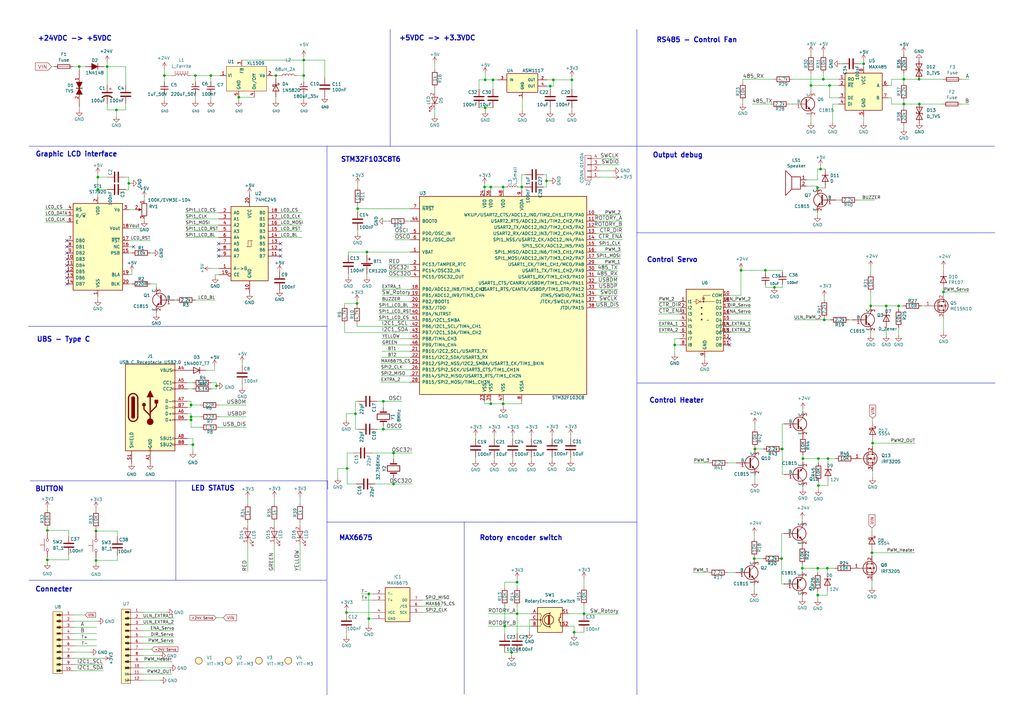
<source format=kicad_sch>
(kicad_sch (version 20230121) (generator eeschema)
  (paper "A3")
  (title_block (title "stm32_st7920_rotary_temp_ctrl_hw") (date "10/08/2023") (rev "Duc Hien") (company "Easy connect") (comment 1 "Design by Duc Hien"))
  (junction (at 335.28 76.962))
  (junction (at 376.936 32.512))
  (junction (at 161.417 185.801))
  (junction (at 363.474 125.476))
  (junction (at 52.832 75.184))
  (junction (at 239.522 251.714))
  (junction (at 161.417 198.501))
  (junction (at 335.661 188.087))
  (junction (at 146.431 124.46))
  (junction (at 313.944 110.871))
  (junction (at 213.995 76.708))
  (junction (at 78.359 170.942))
  (junction (at 86.487 30.988))
  (junction (at 19.431 217.551))
  (junction (at 317.627 117.856))
  (junction (at 145.796 169.672))
  (junction (at 370.713 32.512))
  (junction (at 32.512 27.305))
  (junction (at 157.226 164.592))
  (junction (at 124.587 30.988))
  (junction (at 226.949 32.766))
  (junction (at 201.295 76.708))
  (junction (at 336.55 69.342))
  (junction (at 368.554 125.476))
  (junction (at 329.057 233.045))
  (junction (at 206.375 76.708))
  (junction (at 113.157 30.988))
  (junction (at 78.359 172.212))
  (junction (at 337.693 32.512))
  (junction (at 225.679 35.306))
  (junction (at 386.969 119.761))
  (junction (at 124.587 24.638))
  (junction (at 150.495 103.378))
  (junction (at 370.713 42.672))
  (junction (at 335.661 199.136))
  (junction (at 209.804 267.589))
  (junction (at 80.137 30.988))
  (junction (at 78.359 166.116))
  (junction (at 357.886 181.737))
  (junction (at 335.407 233.045))
  (junction (at 151.257 253.746))
  (junction (at 157.226 176.022))
  (junction (at 207.01 256.794))
  (junction (at 47.752 45.085))
  (junction (at 339.598 188.087))
  (junction (at 224.155 74.168))
  (junction (at 39.37 217.805))
  (junction (at 354.203 26.162))
  (junction (at 335.407 244.094))
  (junction (at 40.132 72.644))
  (junction (at 79.121 182.372))
  (junction (at 276.733 141.478))
  (junction (at 19.431 229.616))
  (junction (at 338.074 131.191))
  (junction (at 67.437 30.988))
  (junction (at 206.375 165.608))
  (junction (at 39.37 229.87))
  (junction (at 329.311 188.087))
  (junction (at 43.942 27.305))
  (junction (at 212.09 251.714))
  (junction (at 357.632 226.695))
  (junction (at 212.09 238.76))
  (junction (at 340.233 35.052))
  (junction (at 201.295 165.608))
  (junction (at 142.367 192.151))
  (junction (at 320.548 229.108))
  (junction (at 377.063 42.672))
  (junction (at 88.773 158.242))
  (junction (at 332.613 35.052))
  (junction (at 339.344 233.045))
  (junction (at 303.911 110.871))
  (junction (at 199.009 44.196))
  (junction (at 235.458 259.334))
  (junction (at 142.113 251.206))
  (junction (at 320.802 184.15))
  (junction (at 199.009 32.766))
  (junction (at 97.917 39.878))
  (junction (at 146.685 85.598))
  (junction (at 198.755 76.708))
  (junction (at 202.184 32.766))
  (junction (at 234.569 32.766))
  (junction (at 309.372 229.108))
  (junction (at 151.257 243.586))
  (junction (at 40.132 77.724))
  (junction (at 309.626 184.15))
  (junction (at 357.124 125.476))
  (no_connect (at 115.062 99.949))
  (no_connect (at 54.737 101.219))
  (no_connect (at 27.432 111.379))
  (no_connect (at 27.432 101.219))
  (no_connect (at 299.212 141.478))
  (no_connect (at 115.062 102.489))
  (no_connect (at 27.432 113.919))
  (no_connect (at 89.662 102.489))
  (no_connect (at 27.432 103.759))
  (no_connect (at 115.062 105.029))
  (no_connect (at 27.432 108.839))
  (no_connect (at 89.662 99.949))
  (no_connect (at 27.432 106.299))
  (no_connect (at 89.662 105.029))
  (no_connect (at 27.432 116.459))
  (no_connect (at 27.432 98.679))
  (no_connect (at 299.212 138.938))
  (wire (pts (xy 168.275 131.318) (xy 155.321 131.318)))
  (wire (pts (xy 30.607 257.302) (xy 39.624 257.302)))
  (wire (pts (xy 299.212 126.238) (xy 307.975 126.238)))
  (wire (pts (xy 364.363 35.052) (xy 365.633 35.052)))
  (wire (pts (xy 48.133 229.87) (xy 39.37 229.87)))
  (wire (pts (xy 329.311 188.087) (xy 329.311 189.484)))
  (wire (pts (xy 148.209 246.126) (xy 152.908 246.126)))
  (wire (pts (xy 168.275 118.618) (xy 156.591 118.618)))
  (wire (pts (xy 28.194 227.457) (xy 28.194 229.616)))
  (wire (pts (xy 207.01 248.539) (xy 207.01 256.794)))
  (wire (pts (xy 244.475 118.618) (xy 253.365 118.618)))
  (wire (pts (xy 76.835 182.372) (xy 79.121 182.372)))
  (wire (pts (xy 224.155 76.708) (xy 222.885 76.708)))
  (wire (pts (xy 357.632 226.695) (xy 357.632 227.965)))
  (wire (pts (xy 148.209 243.586) (xy 151.257 243.586)))
  (wire (pts (xy 338.455 77.089) (xy 338.455 76.962)))
  (wire (pts (xy 276.733 141.478) (xy 276.733 145.161)))
  (wire (pts (xy 329.311 188.087) (xy 335.661 188.087)))
  (wire (pts (xy 246.253 67.564) (xy 253.873 67.564)))
  (wire (pts (xy 244.475 123.698) (xy 253.365 123.698)))
  (wire (pts (xy 337.693 21.59) (xy 337.693 22.352)))
  (wire (pts (xy 99.187 24.638) (xy 124.587 24.638)))
  (wire (pts (xy 320.548 218.821) (xy 320.548 229.108)))
  (wire (pts (xy 332.613 29.972) (xy 332.613 35.052)))
  (wire (pts (xy 234.569 31.496) (xy 234.569 32.766)))
  (wire (pts (xy 30.607 270.002) (xy 41.9354 270.002)))
  (wire (pts (xy 233.172 256.794) (xy 235.458 256.794)))
  (wire (pts (xy 206.375 165.608) (xy 213.995 165.608)))
  (wire (pts (xy 202.184 44.196) (xy 199.009 44.196)))
  (wire (pts (xy 357.124 126.111) (xy 357.124 125.476)))
  (wire (pts (xy 339.344 242.57) (xy 339.344 244.094)))
  (wire (pts (xy 54.102 103.759) (xy 52.832 103.759)))
  (wire (pts (xy 329.311 167.767) (xy 329.311 168.783)))
  (wire (pts (xy 76.835 172.212) (xy 78.359 172.212)))
  (wire (pts (xy 39.37 217.805) (xy 39.37 218.694)))
  (wire (pts (xy 339.344 233.045) (xy 342.392 233.045)))
  (wire (pts (xy 150.495 103.378) (xy 150.495 104.648)))
  (wire (pts (xy 368.554 137.541) (xy 368.554 134.366)))
  (wire (pts (xy 299.212 121.158) (xy 303.911 121.158)))
  (wire (pts (xy 88.773 159.512) (xy 86.741 159.512)))
  (wire (pts (xy 336.55 69.342) (xy 338.455 69.342)))
  (wire (pts (xy 329.057 231.521) (xy 329.057 233.045)))
  (wire (pts (xy 244.475 100.838) (xy 254.635 100.838)))
  (wire (pts (xy 18.542 88.519) (xy 27.432 88.519)))
  (wire (pts (xy 146.685 75.438) (xy 146.685 76.708)))
  (wire (pts (xy 78.359 166.116) (xy 82.169 166.116)))
  (wire (pts (xy 303.911 110.871) (xy 313.944 110.871)))
  (wire (pts (xy 173.228 248.666) (xy 181.229 248.666)))
  (wire (pts (xy 270.129 133.858) (xy 278.892 133.858)))
  (wire (pts (xy 357.886 180.721) (xy 357.886 181.737)))
  (wire (pts (xy 80.01 123.063) (xy 88.265 123.063)))
  (wire (pts (xy 151.257 243.586) (xy 151.257 253.746)))
  (wire (pts (xy 124.587 30.988) (xy 122.047 30.988)))
  (wire (pts (xy 156.718 146.558) (xy 168.275 146.558)))
  (wire (pts (xy 159.385 113.538) (xy 168.275 113.538)))
  (wire (pts (xy 146.685 85.598) (xy 146.685 86.868)))
  (wire (pts (xy 226.949 35.306) (xy 225.679 35.306)))
  (wire (pts (xy 76.835 156.972) (xy 79.121 156.972)))
  (wire (pts (xy 142.367 192.151) (xy 142.367 198.501)))
  (wire (pts (xy 169.037 185.801) (xy 161.417 185.801)))
  (wire (pts (xy 332.613 21.59) (xy 332.613 22.352)))
  (wire (pts (xy 206.375 164.338) (xy 206.375 165.608)))
  (wire (pts (xy 213.995 71.628) (xy 213.995 76.708)))
  (polyline (pts (xy 261.239 12.065) (xy 261.239 284.988)))
  (wire (pts (xy 124.587 24.638) (xy 124.587 30.988)))
  (wire (pts (xy 198.755 164.338) (xy 198.755 165.608)))
  (wire (pts (xy 43.942 77.724) (xy 40.132 77.724)))
  (wire (pts (xy 206.375 76.708) (xy 206.375 77.978)))
  (wire (pts (xy 244.475 105.918) (xy 254.635 105.918)))
  (wire (pts (xy 52.832 112.649) (xy 54.102 112.649)))
  (wire (pts (xy 97.917 39.878) (xy 97.917 41.148)))
  (wire (pts (xy 48.133 220.091) (xy 48.133 217.805)))
  (wire (pts (xy 320.802 173.863) (xy 320.802 184.15)))
  (wire (pts (xy 39.37 208.407) (xy 39.37 209.296)))
  (wire (pts (xy 365.633 40.132) (xy 365.633 42.672)))
  (wire (pts (xy 377.063 42.672) (xy 370.713 42.672)))
  (wire (pts (xy 18.542 91.059) (xy 27.432 91.059)))
  (wire (pts (xy 244.475 113.538) (xy 253.365 113.538)))
  (wire (pts (xy 150.495 103.378) (xy 168.275 103.378)))
  (wire (pts (xy 352.933 26.162) (xy 354.203 26.162)))
  (wire (pts (xy 51.562 34.925) (xy 51.562 27.305)))
  (polyline (pts (xy 11.684 133.858) (xy 134.239 133.858)))
  (wire (pts (xy 21.082 27.305) (xy 22.352 27.305)))
  (wire (pts (xy 313.944 116.9924) (xy 313.944 117.856)))
  (wire (pts (xy 88.265 113.538) (xy 88.265 112.649)))
  (wire (pts (xy 378.079 125.476) (xy 379.349 125.476)))
  (polyline (pts (xy 134.366 200.66) (xy 134.366 197.231)))
  (wire (pts (xy 309.372 239.903) (xy 309.372 242.443)))
  (wire (pts (xy 270.129 126.238) (xy 278.892 126.238)))
  (wire (pts (xy 67.437 33.528) (xy 67.437 30.988)))
  (wire (pts (xy 364.363 40.132) (xy 365.633 40.132)))
  (wire (pts (xy 239.522 251.841) (xy 253.746 251.841)))
  (wire (pts (xy 201.295 165.608) (xy 206.375 165.608)))
  (wire (pts (xy 244.475 95.758) (xy 255.27 95.758)))
  (wire (pts (xy 335.661 199.136) (xy 335.661 200.787)))
  (wire (pts (xy 39.37 229.87) (xy 39.37 231.013)))
  (wire (pts (xy 207.01 240.919) (xy 207.01 238.76)))
  (wire (pts (xy 330.835 76.327) (xy 335.28 76.327)))
  (polyline (pts (xy 11.938 59.944) (xy 407.924 59.944)))
  (wire (pts (xy 196.469 32.766) (xy 199.009 32.766)))
  (wire (pts (xy 173.228 251.206) (xy 181.229 251.206)))
  (wire (pts (xy 309.372 218.948) (xy 309.372 220.853)))
  (wire (pts (xy 151.257 243.586) (xy 152.908 243.586)))
  (wire (pts (xy 178.308 36.068) (xy 178.308 37.338)))
  (wire (pts (xy 309.626 184.15) (xy 309.626 184.785)))
  (wire (pts (xy 234.569 32.766) (xy 226.949 32.766)))
  (wire (pts (xy 156.21 151.638) (xy 168.275 151.638)))
  (wire (pts (xy 142.875 113.538) (xy 142.875 112.268)))
  (wire (pts (xy 212.725 76.708) (xy 213.995 76.708)))
  (wire (pts (xy 19.431 217.551) (xy 19.431 218.44)))
  (wire (pts (xy 337.693 32.512) (xy 324.993 32.512)))
  (wire (pts (xy 76.073 92.329) (xy 89.662 92.329)))
  (wire (pts (xy 329.057 233.045) (xy 335.407 233.045)))
  (wire (pts (xy 28.194 217.551) (xy 19.431 217.551)))
  (wire (pts (xy 244.475 93.218) (xy 255.27 93.218)))
  (wire (pts (xy 159.385 110.998) (xy 168.275 110.998)))
  (wire (pts (xy 199.009 44.196) (xy 196.469 44.196)))
  (wire (pts (xy 338.074 130.556) (xy 338.074 131.191)))
  (wire (pts (xy 157.226 176.022) (xy 164.846 176.022)))
  (wire (pts (xy 348.234 131.191) (xy 349.504 131.191)))
  (wire (pts (xy 76.835 169.672) (xy 78.359 169.672)))
  (wire (pts (xy 199.009 30.226) (xy 199.009 32.766)))
  (wire (pts (xy 320.929 111.506) (xy 320.929 110.871)))
  (wire (pts (xy 40.132 72.644) (xy 43.942 72.644)))
  (wire (pts (xy 198.755 76.708) (xy 198.755 77.978)))
  (wire (pts (xy 244.475 121.158) (xy 253.365 121.158)))
  (wire (pts (xy 357.124 125.476) (xy 363.474 125.476)))
  (wire (pts (xy 338.074 131.191) (xy 340.614 131.191)))
  (wire (pts (xy 159.385 90.678) (xy 158.115 90.678)))
  (wire (pts (xy 335.661 188.087) (xy 339.598 188.087)))
  (wire (pts (xy 78.359 175.26) (xy 78.359 172.212)))
  (wire (pts (xy 88.646 253.365) (xy 91.567 253.365)))
  (wire (pts (xy 235.458 259.334) (xy 235.458 260.223)))
  (wire (pts (xy 112.522 214.122) (xy 112.522 215.392)))
  (wire (pts (xy 76.073 89.789) (xy 89.662 89.789)))
  (wire (pts (xy 354.203 47.752) (xy 354.203 50.292)))
  (wire (pts (xy 226.949 32.766) (xy 226.949 35.306)))
  (wire (pts (xy 54.102 112.649) (xy 54.102 111.379)))
  (wire (pts (xy 357.632 226.695) (xy 375.158 226.695)))
  (wire (pts (xy 217.932 254.254) (xy 217.17 254.254)))
  (wire (pts (xy 156.21 156.718) (xy 168.275 156.718)))
  (wire (pts (xy 168.275 95.758) (xy 161.925 95.758)))
  (wire (pts (xy 43.942 34.925) (xy 43.942 27.305)))
  (wire (pts (xy 206.375 165.608) (xy 206.375 166.878)))
  (wire (pts (xy 357.886 181.737) (xy 375.412 181.737)))
  (wire (pts (xy 276.733 138.938) (xy 276.733 141.478)))
  (wire (pts (xy 19.431 208.153) (xy 19.431 209.042)))
  (wire (pts (xy 235.458 256.794) (xy 235.458 259.334)))
  (wire (pts (xy 58.6486 251.079) (xy 68.2498 251.079)))
  (wire (pts (xy 28.194 229.616) (xy 19.431 229.616)))
  (wire (pts (xy 84.455 151.892) (xy 88.011 151.892)))
  (wire (pts (xy 58.6486 253.619) (xy 71.3486 253.619)))
  (wire (pts (xy 76.073 97.409) (xy 89.662 97.409)))
  (wire (pts (xy 363.474 126.746) (xy 363.474 125.476)))
  (wire (pts (xy 335.28 77.089) (xy 335.28 76.962)))
  (wire (pts (xy 18.542 85.979) (xy 27.432 85.979)))
  (wire (pts (xy 78.359 167.132) (xy 76.835 167.132)))
  (wire (pts (xy 386.969 119.761) (xy 386.969 120.396)))
  (wire (pts (xy 200.152 256.794) (xy 207.01 256.794)))
  (wire (pts (xy 141.351 132.842) (xy 141.351 136.398)))
  (wire (pts (xy 40.132 80.899) (xy 40.132 77.724)))
  (wire (pts (xy 76.073 87.249) (xy 89.662 87.249)))
  (wire (pts (xy 298.577 189.865) (xy 302.006 189.865)))
  (wire (pts (xy 213.995 165.608) (xy 213.995 164.338)))
  (wire (pts (xy 51.562 45.085) (xy 47.752 45.085)))
  (wire (pts (xy 320.929 116.586) (xy 320.929 117.856)))
  (wire (pts (xy 309.372 229.108) (xy 312.928 229.108)))
  (wire (pts (xy 52.832 93.599) (xy 57.277 93.599)))
  (polyline (pts (xy 11.811 237.998) (xy 133.858 237.998)))
  (wire (pts (xy 30.607 254.762) (xy 39.878 254.762)))
  (wire (pts (xy 124.587 38.608) (xy 124.587 41.148)))
  (wire (pts (xy 386.969 118.491) (xy 386.969 119.761)))
  (wire (pts (xy 40.132 122.809) (xy 40.132 121.539)))
  (wire (pts (xy 284.48 189.865) (xy 290.957 189.865)))
  (wire (pts (xy 199.009 32.766) (xy 202.184 32.766)))
  (wire (pts (xy 313.944 110.871) (xy 320.929 110.871)))
  (wire (pts (xy 357.632 225.679) (xy 357.632 226.695)))
  (wire (pts (xy 86.487 110.109) (xy 89.662 110.109)))
  (wire (pts (xy 335.407 244.094) (xy 335.407 245.745)))
  (wire (pts (xy 178.308 28.448) (xy 178.308 25.908)))
  (wire (pts (xy 19.431 229.616) (xy 19.431 230.759)))
  (wire (pts (xy 335.661 189.865) (xy 335.661 188.087)))
  (wire (pts (xy 146.431 124.46) (xy 146.431 125.222)))
  (wire (pts (xy 198.755 75.438) (xy 198.755 76.708)))
  (wire (pts (xy 244.475 88.138) (xy 254.635 88.138)))
  (wire (pts (xy 168.275 126.238) (xy 155.321 126.238)))
  (wire (pts (xy 309.372 228.473) (xy 309.372 229.108)))
  (polyline (pts (xy 261.366 157.099) (xy 408.178 157.099)))
  (wire (pts (xy 62.357 103.759) (xy 61.722 103.759)))
  (wire (pts (xy 370.713 29.972) (xy 370.713 32.512)))
  (wire (pts (xy 145.796 164.592) (xy 145.796 169.672)))
  (wire (pts (xy 339.598 189.992) (xy 339.598 188.087)))
  (wire (pts (xy 89.916 170.942) (xy 100.965 170.942)))
  (wire (pts (xy 341.503 50.292) (xy 341.503 42.672)))
  (wire (pts (xy 67.437 30.988) (xy 70.612 30.988)))
  (wire (pts (xy 123.063 234.188) (xy 123.063 223.012)))
  (wire (pts (xy 43.942 27.305) (xy 42.672 27.305)))
  (wire (pts (xy 152.908 253.746) (xy 151.257 253.746)))
  (wire (pts (xy 235.458 259.334) (xy 239.522 259.334)))
  (wire (pts (xy 47.752 45.085) (xy 47.752 47.625)))
  (wire (pts (xy 357.124 125.476) (xy 357.124 119.888)))
  (wire (pts (xy 30.607 267.462) (xy 36.9824 267.462)))
  (wire (pts (xy 207.01 267.589) (xy 209.804 267.589)))
  (wire (pts (xy 201.295 77.978) (xy 201.295 76.708)))
  (wire (pts (xy 35.052 27.305) (xy 32.512 27.305)))
  (wire (pts (xy 86.741 156.972) (xy 88.773 156.972)))
  (wire (pts (xy 357.886 181.737) (xy 357.886 183.007)))
  (wire (pts (xy 30.607 252.222) (xy 34.925 252.222)))
  (wire (pts (xy 212.09 237.363) (xy 212.09 238.76)))
  (wire (pts (xy 270.129 136.398) (xy 278.892 136.398)))
  (wire (pts (xy 316.103 42.672) (xy 308.483 42.672)))
  (wire (pts (xy 217.932 187.579) (xy 217.932 188.849)))
  (wire (pts (xy 357.886 171.577) (xy 357.886 173.101)))
  (polyline (pts (xy 12.319 197.231) (xy 134.366 197.231)))
  (wire (pts (xy 357.886 193.167) (xy 357.886 195.961)))
  (wire (pts (xy 244.475 103.378) (xy 254.635 103.378)))
  (wire (pts (xy 154.686 176.022) (xy 157.226 176.022)))
  (wire (pts (xy 313.944 111.9124) (xy 313.944 110.871)))
  (wire (pts (xy 338.074 121.666) (xy 338.074 122.936)))
  (wire (pts (xy 370.713 32.512) (xy 370.713 33.782)))
  (wire (pts (xy 397.51 119.761) (xy 386.969 119.761)))
  (wire (pts (xy 317.627 117.856) (xy 320.929 117.856)))
  (wire (pts (xy 198.755 76.708) (xy 201.295 76.708)))
  (wire (pts (xy 234.061 187.452) (xy 234.061 188.722)))
  (wire (pts (xy 239.522 251.714) (xy 233.172 251.714)))
  (wire (pts (xy 142.875 103.378) (xy 142.875 104.648)))
  (wire (pts (xy 270.129 128.778) (xy 278.892 128.778)))
  (wire (pts (xy 329.311 186.563) (xy 329.311 188.087)))
  (wire (pts (xy 168.275 123.698) (xy 156.591 123.698)))
  (wire (pts (xy 321.437 218.821) (xy 320.548 218.821)))
  (wire (pts (xy 386.969 109.601) (xy 386.969 110.871)))
  (wire (pts (xy 155.321 128.778) (xy 168.275 128.778)))
  (wire (pts (xy 207.01 256.794) (xy 207.01 259.969)))
  (wire (pts (xy 217.17 254.254) (xy 217.17 259.334)))
  (wire (pts (xy 64.135 117.983) (xy 64.135 116.459)))
  (wire (pts (xy 234.569 32.766) (xy 234.569 36.576)))
  (wire (pts (xy 370.713 32.512) (xy 376.936 32.512)))
  (wire (pts (xy 299.212 133.858) (xy 307.975 133.858)))
  (wire (pts (xy 200.152 251.714) (xy 212.09 251.714)))
  (wire (pts (xy 370.713 52.832) (xy 370.713 51.562)))
  (wire (pts (xy 335.28 76.327) (xy 335.28 76.962)))
  (wire (pts (xy 365.633 35.052) (xy 365.633 32.512)))
  (wire (pts (xy 79.121 179.832) (xy 79.121 182.372)))
  (wire (pts (xy 86.487 30.988) (xy 86.487 33.528)))
  (wire (pts (xy 335.407 234.823) (xy 335.407 233.045)))
  (wire (pts (xy 376.936 32.512) (xy 386.842 32.512)))
  (wire (pts (xy 246.253 70.104) (xy 251.333 70.104)))
  (wire (pts (xy 86.487 38.608) (xy 86.487 41.148)))
  (wire (pts (xy 386.969 130.556) (xy 386.969 136.271)))
  (wire (pts (xy 215.265 71.628) (xy 213.995 71.628)))
  (wire (pts (xy 329.057 212.725) (xy 329.057 213.741)))
  (wire (pts (xy 394.462 32.512) (xy 397.51 32.512)))
  (wire (pts (xy 157.226 174.752) (xy 157.226 176.022)))
  (wire (pts (xy 146.685 85.598) (xy 168.275 85.598)))
  (wire (pts (xy 244.475 126.238) (xy 254 126.238)))
  (wire (pts (xy 330.835 73.787) (xy 335.28 73.787)))
  (wire (pts (xy 67.437 28.194) (xy 67.437 30.988)))
  (wire (pts (xy 370.713 21.844) (xy 370.713 22.352)))
  (polyline (pts (xy 261.239 95.504) (xy 408.051 95.504)))
  (wire (pts (xy 370.459 125.476) (xy 368.554 125.476)))
  (wire (pts (xy 64.135 116.459) (xy 61.722 116.459)))
  (wire (pts (xy 133.223 24.638) (xy 133.223 31.877)))
  (wire (pts (xy 52.832 116.459) (xy 54.102 116.459)))
  (wire (pts (xy 58.6486 268.859) (xy 65.405 268.859)))
  (wire (pts (xy 309.372 229.108) (xy 309.372 229.743)))
  (wire (pts (xy 156.21 154.178) (xy 168.275 154.178)))
  (wire (pts (xy 168.275 141.478) (xy 156.718 141.478)))
  (wire (pts (xy 332.613 35.052) (xy 332.613 37.592)))
  (wire (pts (xy 298.323 234.823) (xy 301.752 234.823)))
  (wire (pts (xy 209.804 267.589) (xy 209.804 268.732)))
  (wire (pts (xy 141.986 169.672) (xy 145.796 169.672)))
  (wire (pts (xy 195.072 178.689) (xy 195.072 179.959)))
  (wire (pts (xy 151.257 253.746) (xy 151.257 256.413)))
  (wire (pts (xy 89.789 166.116) (xy 100.965 166.116)))
  (wire (pts (xy 178.308 47.498) (xy 178.308 44.958)))
  (wire (pts (xy 317.373 32.512) (xy 304.673 32.512)))
  (wire (pts (xy 207.01 238.76) (xy 212.09 238.76)))
  (wire (pts (xy 357.124 112.268) (xy 357.124 109.474)))
  (wire (pts (xy 212.09 238.76) (xy 212.09 240.919)))
  (wire (pts (xy 89.916 175.26) (xy 100.965 175.26)))
  (wire (pts (xy 142.875 103.378) (xy 150.495 103.378)))
  (wire (pts (xy 303.911 121.158) (xy 303.911 110.871)))
  (wire (pts (xy 88.773 158.242) (xy 88.773 159.512)))
  (wire (pts (xy 244.475 110.998) (xy 253.365 110.998)))
  (wire (pts (xy 168.275 90.678) (xy 167.005 90.678)))
  (wire (pts (xy 142.367 192.151) (xy 138.557 192.151)))
  (polyline (pts (xy 160.02 11.938) (xy 160.02 59.944)))
  (wire (pts (xy 111.887 30.988) (xy 113.157 30.988)))
  (wire (pts (xy 299.212 128.778) (xy 307.975 128.778)))
  (wire (pts (xy 78.359 170.942) (xy 82.296 170.942)))
  (wire (pts (xy 195.072 187.579) (xy 195.072 188.849)))
  (wire (pts (xy 169.037 198.501) (xy 161.417 198.501)))
  (wire (pts (xy 357.124 137.541) (xy 357.124 136.271)))
  (wire (pts (xy 336.55 68.072) (xy 336.55 69.342)))
  (wire (pts (xy 239.522 251.841) (xy 239.522 251.714)))
  (wire (pts (xy 210.312 178.689) (xy 210.312 179.959)))
  (wire (pts (xy 30.607 275.082) (xy 42.3926 275.082)))
  (wire (pts (xy 58.6486 266.319) (xy 62.23 266.319)))
  (wire (pts (xy 43.942 45.085) (xy 43.942 42.545)))
  (wire (pts (xy 161.417 198.501) (xy 161.417 195.961)))
  (wire (pts (xy 142.367 185.801) (xy 144.907 185.801)))
  (wire (pts (xy 30.607 262.382) (xy 39.624 262.382)))
  (wire (pts (xy 156.21 149.098) (xy 168.275 149.098)))
  (wire (pts (xy 278.892 138.938) (xy 276.733 138.938)))
  (wire (pts (xy 78.359 166.116) (xy 78.359 167.132)))
  (wire (pts (xy 370.713 41.402) (xy 370.713 42.672)))
  (wire (pts (xy 168.275 144.018) (xy 156.718 144.018)))
  (wire (pts (xy 19.431 216.662) (xy 19.431 217.551)))
  (wire (pts (xy 309.626 173.99) (xy 309.626 175.895)))
  (wire (pts (xy 146.685 84.328) (xy 146.685 85.598)))
  (wire (pts (xy 150.495 113.538) (xy 150.495 112.268)))
  (wire (pts (xy 303.911 110.871) (xy 303.911 110.617)))
  (wire (pts (xy 58.6486 273.939) (xy 69.5706 273.939)))
  (wire (pts (xy 239.522 248.412) (xy 239.522 251.714)))
  (wire (pts (xy 309.626 184.15) (xy 313.182 184.15)))
  (wire (pts (xy 321.691 173.863) (xy 320.802 173.863)))
  (wire (pts (xy 329.311 199.644) (xy 329.311 200.533)))
  (wire (pts (xy 80.137 30.988) (xy 86.487 30.988)))
  (wire (pts (xy 321.437 239.522) (xy 320.548 239.522)))
  (wire (pts (xy 30.607 259.842) (xy 39.624 259.842)))
  (wire (pts (xy 329.057 233.045) (xy 329.057 234.442)))
  (wire (pts (xy 51.562 42.545) (xy 51.562 45.085)))
  (wire (pts (xy 244.475 116.078) (xy 253.365 116.078)))
  (wire (pts (xy 54.737 101.219) (xy 52.832 101.219)))
  (wire (pts (xy 161.417 185.801) (xy 152.527 185.801)))
  (wire (pts (xy 88.011 150.114) (xy 88.011 151.892)))
  (wire (pts (xy 244.475 108.458) (xy 254.508 108.458)))
  (wire (pts (xy 299.212 136.398) (xy 307.975 136.398)))
  (wire (pts (xy 365.633 42.672) (xy 370.713 42.672)))
  (wire (pts (xy 239.522 237.236) (xy 239.522 240.792)))
  (wire (pts (xy 82.296 175.26) (xy 78.359 175.26)))
  (wire (pts (xy 146.685 94.488) (xy 146.685 95.758)))
  (wire (pts (xy 332.613 50.292) (xy 332.613 47.752)))
  (wire (pts (xy 71.755 123.063) (xy 72.39 123.063)))
  (wire (pts (xy 124.587 23.368) (xy 124.587 24.638)))
  (wire (pts (xy 115.062 97.409) (xy 123.825 97.409)))
  (wire (pts (xy 210.312 187.579) (xy 210.312 188.849)))
  (wire (pts (xy 289.052 146.558) (xy 289.052 147.701)))
  (wire (pts (xy 157.226 164.592) (xy 164.846 164.592)))
  (wire (pts (xy 101.6 214.249) (xy 101.6 215.519)))
  (wire (pts (xy 115.062 94.869) (xy 123.825 94.869)))
  (wire (pts (xy 99.314 148.717) (xy 99.314 149.987)))
  (wire (pts (xy 142.367 185.801) (xy 142.367 192.151)))
  (wire (pts (xy 341.503 42.672) (xy 344.043 42.672)))
  (wire (pts (xy 141.351 136.398) (xy 168.275 136.398)))
  (wire (pts (xy 58.6486 256.159) (xy 71.374 256.159)))
  (wire (pts (xy 52.832 72.644) (xy 51.562 72.644)))
  (wire (pts (xy 344.043 32.512) (xy 337.693 32.512)))
  (wire (pts (xy 145.796 176.022) (xy 147.066 176.022)))
  (wire (pts (xy 58.6486 258.699) (xy 71.374 258.699)))
  (wire (pts (xy 64.135 128.778) (xy 64.135 128.143)))
  (wire (pts (xy 146.431 132.842) (xy 146.431 133.858)))
  (wire (pts (xy 321.691 194.564) (xy 320.802 194.564)))
  (wire (pts (xy 86.487 30.988) (xy 90.297 30.988)))
  (wire (pts (xy 112.522 234.188) (xy 112.522 223.012)))
  (wire (pts (xy 276.733 141.478) (xy 278.892 141.478)))
  (wire (pts (xy 363.474 125.476) (xy 368.554 125.476)))
  (wire (pts (xy 224.155 71.628) (xy 224.155 74.168)))
  (wire (pts (xy 28.194 219.837) (xy 28.194 217.551)))
  (wire (pts (xy 141.986 172.212) (xy 141.986 169.672)))
  (wire (pts (xy 133.223 24.638) (xy 124.587 24.638)))
  (wire (pts (xy 32.512 43.815) (xy 32.512 45.085)))
  (wire (pts (xy 112.522 206.502) (xy 112.522 203.962)))
  (wire (pts (xy 39.37 228.854) (xy 39.37 229.87)))
  (wire (pts (xy 394.208 42.672) (xy 397.51 42.672)))
  (wire (pts (xy 234.569 45.466) (xy 234.569 44.196)))
  (wire (pts (xy 40.132 77.724) (xy 40.132 72.644)))
  (wire (pts (xy 58.6486 261.239) (xy 71.374 261.239)))
  (wire (pts (xy 88.773 156.972) (xy 88.773 158.242)))
  (wire (pts (xy 156.718 138.938) (xy 168.275 138.938)))
  (wire (pts (xy 146.431 123.444) (xy 146.431 124.46)))
  (wire (pts (xy 339.344 244.094) (xy 335.407 244.094)))
  (wire (pts (xy 335.28 88.392) (xy 335.28 87.122)))
  (wire (pts (xy 339.598 199.136) (xy 335.661 199.136)))
  (wire (pts (xy 320.802 194.564) (xy 320.802 184.15)))
  (wire (pts (xy 251.333 72.644) (xy 246.253 72.644)))
  (wire (pts (xy 351.79 82.042) (xy 358.775 82.042)))
  (wire (pts (xy 357.632 238.125) (xy 357.632 240.919)))
  (wire (pts (xy 142.113 251.206) (xy 142.113 251.714)))
  (polyline (pts (xy 72.136 197.104) (xy 72.136 237.998)))
  (wire (pts (xy 101.6 234.315) (xy 101.6 223.139)))
  (wire (pts (xy 234.061 178.562) (xy 234.061 179.832)))
  (wire (pts (xy 246.253 65.024) (xy 253.873 65.024)))
  (wire (pts (xy 168.275 108.458) (xy 159.385 108.458)))
  (wire (pts (xy 113.157 39.878) (xy 113.157 41.148)))
  (wire (pts (xy 76.835 164.592) (xy 78.359 164.592)))
  (wire (pts (xy 124.587 33.528) (xy 124.587 30.988)))
  (wire (pts (xy 226.441 187.452) (xy 226.441 188.722)))
  (wire (pts (xy 80.137 33.528) (xy 80.137 30.988)))
  (wire (pts (xy 40.132 71.374) (xy 40.132 72.644)))
  (wire (pts (xy 377.063 42.672) (xy 386.588 42.672)))
  (wire (pts (xy 101.6 206.629) (xy 101.6 204.089)))
  (wire (pts (xy 270.129 131.318) (xy 278.892 131.318)))
  (wire (pts (xy 212.09 251.714) (xy 212.09 259.969)))
  (wire (pts (xy 48.133 217.805) (xy 39.37 217.805)))
  (wire (pts (xy 225.425 74.168) (xy 224.155 74.168)))
  (wire (pts (xy 51.562 27.305) (xy 43.942 27.305)))
  (wire (pts (xy 335.28 69.342) (xy 335.28 73.787)))
  (wire (pts (xy 113.157 30.988) (xy 113.157 32.258)))
  (wire (pts (xy 225.679 45.466) (xy 225.679 44.196)))
  (wire (pts (xy 19.431 228.6) (xy 19.431 229.616)))
  (wire (pts (xy 47.752 45.085) (xy 43.942 45.085)))
  (wire (pts (xy 344.043 35.052) (xy 340.233 35.052)))
  (wire (pts (xy 147.066 164.592) (xy 145.796 164.592)))
  (wire (pts (xy 145.796 169.672) (xy 145.796 176.022)))
  (wire (pts (xy 30.607 264.922) (xy 39.624 264.922)))
  (wire (pts (xy 201.295 76.708) (xy 206.375 76.708)))
  (wire (pts (xy 161.417 188.341) (xy 161.417 185.801)))
  (wire (pts (xy 357.632 216.535) (xy 357.632 218.059)))
  (wire (pts (xy 138.557 192.151) (xy 138.557 195.961)))
  (wire (pts (xy 284.226 234.823) (xy 290.703 234.823)))
  (wire (pts (xy 123.063 206.502) (xy 123.063 203.962)))
  (wire (pts (xy 168.275 98.298) (xy 161.925 98.298)))
  (wire (pts (xy 58.6486 279.019) (xy 65.6844 279.019)))
  (wire (pts (xy 339.598 188.087) (xy 342.646 188.087)))
  (wire (pts (xy 115.062 92.329) (xy 123.825 92.329)))
  (wire (pts (xy 213.995 76.708) (xy 213.995 77.978)))
  (wire (pts (xy 97.917 39.878) (xy 104.267 39.878)))
  (wire (pts (xy 198.755 165.608) (xy 201.295 165.608)))
  (wire (pts (xy 338.455 77.089) (xy 335.28 77.089)))
  (wire (pts (xy 225.679 35.306) (xy 224.409 35.306)))
  (wire (pts (xy 141.351 124.46) (xy 146.431 124.46)))
  (wire (pts (xy 48.133 227.711) (xy 48.133 229.87)))
  (wire (pts (xy 201.295 164.338) (xy 201.295 165.608)))
  (wire (pts (xy 88.265 112.649) (xy 89.662 112.649)))
  (wire (pts (xy 226.949 32.766) (xy 224.409 32.766)))
  (wire (pts (xy 344.17 82.042) (xy 342.9 82.042)))
  (wire (pts (xy 142.113 251.206) (xy 142.113 250.571)))
  (wire (pts (xy 335.407 242.443) (xy 335.407 244.094)))
  (wire (pts (xy 339.598 197.612) (xy 339.598 199.136)))
  (wire (pts (xy 78.359 170.942) (xy 78.359 172.212)))
  (wire (pts (xy 209.804 267.589) (xy 212.09 267.589)))
  (wire (pts (xy 99.314 157.607) (xy 99.314 158.877)))
  (wire (pts (xy 320.548 239.522) (xy 320.548 229.108)))
  (wire (pts (xy 329.057 244.602) (xy 329.057 245.491)))
  (wire (pts (xy 113.157 30.988) (xy 114.427 30.988)))
  (wire (pts (xy 55.372 85.979) (xy 52.832 85.979)))
  (wire (pts (xy 244.475 90.678) (xy 255.27 90.678)))
  (wire (pts (xy 39.37 216.916) (xy 39.37 217.805)))
  (wire (pts (xy 168.275 121.158) (xy 156.591 121.158)))
  (wire (pts (xy 52.832 77.724) (xy 51.562 77.724)))
  (wire (pts (xy 244.475 98.298) (xy 255.27 98.298)))
  (wire (pts (xy 76.835 179.832) (xy 79.121 179.832)))
  (wire (pts (xy 76.073 94.869) (xy 89.662 94.869)))
  (wire (pts (xy 32.512 27.305) (xy 29.972 27.305)))
  (wire (pts (xy 53.467 75.184) (xy 52.832 75.184)))
  (wire (pts (xy 142.113 259.334) (xy 142.113 260.985)))
  (polyline (pts (xy 134.112 214.122) (xy 261.239 214.122)))
  (wire (pts (xy 78.359 164.592) (xy 78.359 166.116)))
  (wire (pts (xy 196.469 36.576) (xy 196.469 32.766)))
  (wire (pts (xy 173.228 246.126) (xy 181.229 246.126)))
  (wire (pts (xy 363.474 137.541) (xy 363.474 134.366)))
  (wire (pts (xy 309.626 183.515) (xy 309.626 184.15)))
  (wire (pts (xy 59.182 80.899) (xy 59.182 82.169)))
  (wire (pts (xy 335.661 197.485) (xy 335.661 199.136)))
  (wire (pts (xy 299.212 123.698) (xy 307.975 123.698)))
  (wire (pts (xy 325.628 131.191) (xy 338.074 131.191)))
  (wire (pts (xy 370.713 42.672) (xy 370.713 43.942)))
  (wire (pts (xy 80.137 38.608) (xy 80.137 41.148)))
  (wire (pts (xy 58.6486 276.479) (xy 70.5358 276.479)))
  (wire (pts (xy 202.184 32.766) (xy 204.089 32.766)))
  (wire (pts (xy 32.512 28.575) (xy 32.512 27.305)))
  (wire (pts (xy 154.686 164.592) (xy 157.226 164.592)))
  (wire (pts (xy 67.437 38.608) (xy 67.437 41.148)))
  (wire (pts (xy 142.367 198.501) (xy 146.177 198.501)))
  (wire (pts (xy 335.28 69.342) (xy 336.55 69.342)))
  (wire (pts (xy 115.062 87.249) (xy 123.825 87.249)))
  (wire (pts (xy 78.232 30.988) (xy 80.137 30.988)))
  (wire (pts (xy 313.944 117.856) (xy 317.627 117.856)))
  (wire (pts (xy 217.932 178.689) (xy 217.932 179.959)))
  (wire (pts (xy 157.226 164.592) (xy 157.226 167.132)))
  (wire (pts (xy 30.607 272.542) (xy 42.3164 272.542)))
  (wire (pts (xy 206.375 76.708) (xy 207.645 76.708)))
  (wire (pts (xy 52.832 75.184) (xy 52.832 77.724)))
  (polyline (pts (xy 190.373 213.995) (xy 190.373 284.734)))
  (wire (pts (xy 368.554 126.746) (xy 368.554 125.476)))
  (wire (pts (xy 207.01 256.794) (xy 217.932 256.794)))
  (wire (pts (xy 213.995 76.708) (xy 215.265 76.708)))
  (wire (pts (xy 202.692 187.579) (xy 202.692 188.849)))
  (wire (pts (xy 212.09 251.714) (xy 212.09 248.539)))
  (wire (pts (xy 146.431 133.858) (xy 168.275 133.858)))
  (wire (pts (xy 354.203 26.162) (xy 354.203 27.432)))
  (wire (pts (xy 141.351 125.222) (xy 141.351 124.46)))
  (wire (pts (xy 152.908 251.206) (xy 142.113 251.206)))
  (wire (pts (xy 214.249 45.466) (xy 214.249 40.386)))
  (polyline (pts (xy 134.112 59.944) (xy 134.112 284.988)))
  (wire (pts (xy 337.693 29.972) (xy 337.693 32.512)))
  (wire (pts (xy 323.723 42.672) (xy 324.993 42.672)))
  (wire (pts (xy 161.417 198.501) (xy 153.797 198.501)))
  (wire (pts (xy 76.835 159.512) (xy 79.121 159.512)))
  (wire (pts (xy 225.679 35.306) (xy 225.679 36.576)))
  (wire (pts (xy 115.062 89.789) (xy 123.825 89.789)))
  (wire (pts (xy 58.6486 263.779) (xy 71.374 263.779)))
  (wire (pts (xy 304.673 32.512) (xy 304.673 33.782)))
  (wire (pts (xy 199.009 45.466) (xy 199.009 44.196)))
  (wire (pts (xy 309.626 194.945) (xy 309.626 197.485)))
  (wire (pts (xy 123.063 214.122) (xy 123.063 215.392)))
  (wire (pts (xy 217.932 251.714) (xy 212.09 251.714)))
  (wire (pts (xy 270.129 123.698) (xy 278.892 123.698)))
  (wire (pts (xy 59.182 90.424) (xy 59.182 89.789)))
  (wire (pts (xy 340.233 40.132) (xy 344.043 40.132)))
  (wire (pts (xy 202.692 178.689) (xy 202.692 179.959)))
  (wire (pts (xy 339.344 234.95) (xy 339.344 233.045)))
  (wire (pts (xy 58.6486 271.399) (xy 70.5358 271.399)))
  (wire (pts (xy 344.678 26.162) (xy 345.313 26.162)))
  (wire (pts (xy 222.885 71.628) (xy 224.155 71.628)))
  (wire (pts (xy 52.832 75.184) (xy 52.832 72.644)))
  (wire (pts (xy 79.121 182.372) (xy 79.121 185.166)))
  (wire (pts (xy 365.633 32.512) (xy 370.713 32.512)))
  (wire (pts (xy 43.942 25.4) (xy 43.942 27.305)))
  (wire (pts (xy 226.441 178.562) (xy 226.441 179.832)))
  (wire (pts (xy 78.359 169.672) (xy 78.359 170.942)))
  (wire (pts (xy 224.155 74.168) (xy 224.155 76.708)))
  (wire (pts (xy 340.233 35.052) (xy 332.613 35.052)))
  (wire (pts (xy 202.184 32.766) (xy 202.184 36.576)))
  (wire (pts (xy 340.233 35.052) (xy 340.233 40.132)))
  (wire (pts (xy 354.203 24.892) (xy 354.203 26.162)))
  (wire (pts (xy 299.212 131.318) (xy 307.975 131.318)))
  (wire (pts (xy 335.407 233.045) (xy 339.344 233.045)))
  (wire (pts (xy 304.673 41.402) (xy 304.673 42.672)))
  (wire (pts (xy 52.832 98.679) (xy 61.722 98.679)))
  (text "Connecter" (at 14.351 242.951 0) (effects (font (size 2 2) (thickness 0.4) bold) (justify left bottom)))
  (text "Control Heater" (at 266.192 165.481 0) (effects (font (size 2 2) (thickness 0.4) bold) (justify left bottom)))
  (text "UBS - Type C" (at 14.986 140.462 0) (effects (font (size 2 2) (thickness 0.4) bold) (justify left bottom)))
  (text "LED STATUS" (at 78.232 201.549 0) (effects (font (size 2 2) (thickness 0.4) bold) (justify left bottom)))
  (text "Graphic LCD interface" (at 14.478 64.516 0) (effects (font (size 2 2) (thickness 0.4) bold) (justify left bottom)))
  (text "Output debug" (at 267.589 64.897 0) (effects (font (size 2 2) (thickness 0.4) bold) (justify left bottom)))
  (text "BUTTON" (at 14.351 201.803 0) (effects (font (size 2 2) (thickness 0.4) bold) (justify left bottom)))
  (text "STM32F103C8T6" (at 139.7 66.675 0) (effects (font (size 2 2) (thickness 0.4) bold) (justify left bottom)))
  (text "+24VDC -> +5VDC" (at 15.367 17.018 0) (effects (font (size 2 2) (thickness 0.4) bold) (justify left bottom)))
  (text "Control Servo" (at 265.176 107.823 0) (effects (font (size 2 2) (thickness 0.4) bold) (justify left bottom)))
  (text "RS485 - Control Fan" (at 269.113 17.653 0) (effects (font (size 2 2) (thickness 0.4) bold) (justify left bottom)))
  (text "Rotory encoder switch" (at 196.596 221.869 0) (effects (font (size 2 2) (thickness 0.4) bold) (justify left bottom)))
  (text "+5VDC -> +3.3VDC" (at 163.576 16.891 0) (effects (font (size 2 2) (thickness 0.4) bold) (justify left bottom)))
  (text "MAX6675" (at 138.938 221.869 0) (effects (font (size 2 2) (thickness 0.4) bold) (justify left bottom)))
  (label "LCD_RST" (at 61.722 98.679 180))
  (label "GREEN" (at 156.718 141.478 0))
  (label "LCD_CLK" (at 115.062 89.789 0))
  (label "ULN_EXTRA_2" (at 71.3486 256.159 180))
  (label "T-" (at 148.209 243.586 0))
  (label "SPI1_LCD_BL" (at 76.073 97.409 0))
  (label "SPI2_MISO" (at 156.21 154.178 0))
  (label "PWM2_OUT" (at 70.4596 276.479 180))
  (label "T-" (at 33.401 264.922 0))
  (label "OSC32I" (at 169.037 185.801 180) (effects (font (size 1.524 1.524))))
  (label "T+" (at 148.209 246.126 0))
  (label "OSCO" (at 164.846 176.022 180) (effects (font (size 1.524 1.524))))
  (label "485_TX" (at 308.483 42.672 0) (effects (font (size 1.524 1.524))))
  (label "RED" (at 159.385 108.458 0) (effects (font (size 1.524 1.524))))
  (label "A" (at 397.51 32.512 180) (effects (font (size 1.524 1.524))))
  (label "CTR_DIR" (at 255.27 95.758 180) (effects (font (size 1.524 1.524))))
  (label "YELLOW" (at 123.063 234.188 90) (effects (font (size 1.524 1.524))))
  (label "485_TX" (at 253.365 110.998 180) (effects (font (size 1.524 1.524))))
  (label "USBDP" (at 100.965 170.942 180) (effects (font (size 1.524 1.524))))
  (label "SWCLK" (at 253.873 65.024 180) (effects (font (size 1.524 1.524))))
  (label "OSCI" (at 161.925 95.758 0) (effects (font (size 1.524 1.524))))
  (label "MAX6675_CS" (at 156.21 149.098 0))
  (label "PWM_2" (at 254.635 88.138 180))
  (label "OSCI" (at 164.846 164.592 180) (effects (font (size 1.524 1.524))))
  (label "ENA_Servo" (at 307.975 128.778 180))
  (label "PWM_Heater" (at 375.158 226.695 180))
  (label "MAX6675_CS" (at 174.371 248.666 0))
  (label "BT2" (at 159.004 146.558 0))
  (label "LCD_BL" (at 88.265 123.063 180))
  (label "ROTORY_B" (at 255.27 93.218 180) (effects (font (size 1.524 1.524))))
  (label "PWM_1" (at 254.508 108.458 180))
  (label "B" (at 397.51 42.672 180) (effects (font (size 1.524 1.524))))
  (label "Vout" (at 57.277 93.599 180))
  (label "EXTRA_1" (at 270.129 133.858 0))
  (label "SPI2_CLK" (at 174.498 251.206 0))
  (label "USBDM" (at 253.365 116.078 180) (effects (font (size 1.524 1.524))))
  (label "I2C1_SCL" (at 156.591 133.858 0) (effects (font (size 1.524 1.524))))
  (label "OSC32O" (at 169.037 198.501 180) (effects (font (size 1.524 1.524))))
  (label "485_RX" (at 253.365 113.538 180) (effects (font (size 1.524 1.524))))
  (label "LCD_RST" (at 115.062 94.869 0))
  (label "OSC32I" (at 159.385 110.998 0) (effects (font (size 1.524 1.524))))
  (label "PWM_Heater" (at 70.5358 271.399 180))
  (label "SPI2_MISO" (at 174.371 246.126 0))
  (label "SW_Rotory" (at 253.746 251.841 180) (effects (font (size 1.524 1.524))))
  (label "EXTRA_2" (at 270.129 136.398 0))
  (label "SPI1_LCD_BL" (at 155.321 126.238 0))
  (label "ULN_PWM_2" (at 325.628 131.191 0))
  (label "PWM_Servo" (at 397.51 119.761 180))
  (label "SPI1_LCD_CS" (at 155.321 131.318 0))
  (label "ULN_EXTRA_2" (at 307.975 136.398 180))
  (label "BT1" (at 159.004 144.018 0))
  (label "ULN_EXTRA_1" (at 307.975 133.858 180))
  (label "SPI1_MOSI" (at 254.635 105.918 180))
  (label "ROTORY_A" (at 200.152 251.714 0) (effects (font (size 1.524 1.524))))
  (label "SPI2_CLK" (at 156.21 151.638 0))
  (label "PWM_3" (at 284.48 189.865 0))
  (label "PWM2_OUT" (at 375.412 181.737 180))
  (label "DIR_Servo" (at 307.975 126.238 180))
  (label "T+" (at 33.274 262.382 0))
  (label "SW_Rotory" (at 156.591 121.158 0) (effects (font (size 1.524 1.524))))
  (label "LCD_DATA" (at 18.542 88.519 0))
  (label "RED" (at 101.6 234.315 90) (effects (font (size 1.524 1.524))))
  (label "LCD_CS" (at 18.542 85.979 0))
  (label "PWM_1" (at 284.226 234.823 0))
  (label "SPI1_LCD_RST" (at 155.321 128.778 0))
  (label "SPI1_CLK" (at 76.073 89.789 0))
  (label "LCD_CLK" (at 18.542 91.059 0))
  (label "USBDM" (at 100.965 166.116 180) (effects (font (size 1.524 1.524))))
  (label "OSC32O" (at 159.385 113.538 0) (effects (font (size 1.524 1.524))))
  (label "SPI1_LCD_RST" (at 76.073 94.869 0))
  (label "YELLOW" (at 156.718 138.938 0))
  (label "BUZZER" (at 353.568 82.042 0))
  (label "OSCO" (at 161.925 98.298 0) (effects (font (size 1.524 1.524))))
  (label "485_RX" (at 304.673 32.512 0) (effects (font (size 1.524 1.524))))
  (label "CTR_DIR" (at 270.129 126.238 0) (effects (font (size 1.524 1.524))))
  (label "SPI1_CLK" (at 254.635 100.838 180))
  (label "EXTRA_2" (at 156.21 156.718 0))
  (label "SWDIO" (at 253.365 121.158 180) (effects (font (size 1.524 1.524))))
  (label "A" (at 34.544 257.302 180) (effects (font (size 1.524 1.524))))
  (label "LCD_BL" (at 115.062 97.409 0))
  (label "USBDP" (at 253.365 118.618 180) (effects (font (size 1.524 1.524))))
  (label "SPI1_LCD_CS" (at 76.073 87.249 0))
  (label "CTR_ENA" (at 255.27 98.298 180) (effects (font (size 1.524 1.524))))
  (label "SWDIO" (at 253.873 67.564 180) (effects (font (size 1.524 1.524))))
  (label "EXTRA_1" (at 156.591 118.618 0))
  (label "ULN_EXTRA_1" (at 71.3486 253.619 180))
  (label "I2C1_SDA" (at 156.591 136.398 0) (effects (font (size 1.524 1.524))))
  (label "PWM_3" (at 254.635 103.378 180))
  (label "CTR_ENA" (at 270.129 128.778 0) (effects (font (size 1.524 1.524))))
  (label "BUZZER" (at 156.591 123.698 0))
  (label "USB_DIS" (at 254 126.238 180) (effects (font (size 1.524 1.524))))
  (label "I2C1_SCL" (at 42.3164 272.542 180) (effects (font (size 1.524 1.524))))
  (label "LCD_CS" (at 115.062 87.249 0))
  (label "B" (at 34.671 259.842 180) (effects (font (size 1.524 1.524))))
  (label "USB_DIS" (at 100.965 175.26 180) (effects (font (size 1.524 1.524))))
  (label "LCD_MOSI" (at 115.062 92.329 0))
  (label "ROTORY_A" (at 255.27 90.678 180) (effects (font (size 1.524 1.524))))
  (label "I2C1_SDA" (at 42.3926 275.082 180) (effects (font (size 1.524 1.524))))
  (label "ROTORY_B" (at 200.152 256.794 0) (effects (font (size 1.524 1.524))))
  (label "DIR_Servo" (at 61.722 261.239 0))
  (label "PWM_2" (at 270.129 123.698 0))
  (label "ULN_PWM_2" (at 307.975 123.698 180))
  (label "SPI1_MOSI" (at 76.073 92.329 0))
  (label "ENA_Servo" (at 61.595 258.699 0))
  (label "PWM_Servo" (at 60.706 263.779 0))
  (label "GREEN" (at 112.522 234.188 90) (effects (font (size 1.524 1.524))))
  (label "SWCLK" (at 253.365 123.698 180) (effects (font (size 1.524 1.524))))
  (global_label "VIN" (shape input) (at 357.632 216.535 90) (property "Intersheetrefs" "${INTERSHEET_REFS}" (effects hide)))
  (global_label "VIN" (shape input) (at 34.925 252.222 0) (effects (font (size 1 1))) (property "Intersheetrefs" "${INTERSHEET_REFS}" (effects hide)))
  (global_label "+24V Servo" (shape input) (at 62.23 266.319 0) (effects (font (size 1 1))) (property "Intersheetrefs" "${INTERSHEET_REFS}" (effects hide)))
  (global_label "VIN" (shape input) (at 21.082 27.305 180) (effects (font (size 1.524 1.524))) (property "Intersheetrefs" "${INTERSHEET_REFS}" (effects hide)))
  (global_label "+24V Servo" (shape input) (at 88.646 253.365 180) (effects (font (size 1 1))) (property "Intersheetrefs" "${INTERSHEET_REFS}" (effects hide)))
  (global_label "VIN" (shape input) (at 357.886 171.577 90) (property "Intersheetrefs" "${INTERSHEET_REFS}" (effects hide)))
  (global_label "VIN" (shape input) (at 91.567 253.365 0) (property "Intersheetrefs" "${INTERSHEET_REFS}" (effects hide)))
  (symbol (lib_id "master-node-rescue:ASM1117") (at 214.249 34.036 0) (unit 1)
    (property "Reference" "U4" (at 209.169 28.956 0))
    (property "Value" "ASM1117" (at 214.249 28.956 0) (effects (justify left)))
    (property "Footprint" "Package_TO_SOT_SMD:SOT-223" (effects hide))
  )
  (symbol (lib_id "master-node-rescue:R") (at 370.713 37.592 0) (mirror y) (unit 1)
    (property "Reference" "R37" (at 368.681 37.592 90))
    (property "Value" "2.2k" (at 370.713 37.592 90))
    (property "Footprint" "Resistor_SMD:R_0805_2012Metric_Pad1.20x1.40mm_HandSolder" (effects hide))
  )
  (symbol (lib_id "master-node-rescue:R") (at 370.713 26.162 0) (mirror y) (unit 1)
    (property "Reference" "R36" (at 368.681 26.162 90))
    (property "Value" "20k" (at 370.713 26.162 90))
    (property "Footprint" "Resistor_SMD:R_0805_2012Metric_Pad1.20x1.40mm_HandSolder" (effects hide))
  )
  (symbol (lib_id "master-node-rescue:R") (at 370.713 47.752 0) (mirror y) (unit 1)
    (property "Reference" "R38" (at 368.681 47.752 90))
    (property "Value" "20k" (at 370.713 47.752 90))
    (property "Footprint" "Resistor_SMD:R_0805_2012Metric_Pad1.20x1.40mm_HandSolder" (effects hide))
  )
  (symbol (lib_id "master-node-rescue:R") (at 337.693 26.162 0) (mirror y) (unit 1)
    (property "Reference" "R31" (at 335.661 26.162 90))
    (property "Value" "10k" (at 337.693 26.162 90))
    (property "Footprint" "Resistor_SMD:R_0805_2012Metric_Pad1.20x1.40mm_HandSolder" (effects hide))
  )
  (symbol (lib_id "master-node-rescue:R") (at 332.613 26.162 0) (mirror y) (unit 1)
    (property "Reference" "R30" (at 330.581 26.162 90))
    (property "Value" "10k" (at 332.613 26.162 90))
    (property "Footprint" "Resistor_SMD:R_0805_2012Metric_Pad1.20x1.40mm_HandSolder" (effects hide))
  )
  (symbol (lib_id "master-node-rescue:R") (at 319.913 42.672 90) (mirror x) (unit 1)
    (property "Reference" "R28" (at 319.913 44.704 90))
    (property "Value" "2.2k" (at 319.913 42.672 90))
    (property "Footprint" "Resistor_SMD:R_0805_2012Metric_Pad1.20x1.40mm_HandSolder" (effects hide))
  )
  (symbol (lib_id "master-node-rescue:C1815") (at 330.073 42.672 0) (unit 1)
    (property "Reference" "Q6" (at 335.153 40.767 0) (effects (justify left)))
    (property "Value" "C1815" (at 335.788 45.212 0) (effects (justify left)))
    (property "Footprint" "Package_TO_SOT_SMD:SOT-23" (effects hide))
  )
  (symbol (lib_id "master-node-rescue:+5V") (at 354.203 24.892 0) (mirror y) (unit 1)
    (property "Reference" "#PWR0100" (effects hide))
    (property "Value" "+5V" (at 354.203 21.336 0))
  )
  (symbol (lib_id "master-node-rescue:GND") (at 354.203 50.292 0) (mirror y) (unit 1)
    (property "Reference" "#PWR0101" (effects hide))
    (property "Value" "GND" (at 354.203 54.102 0))
  )
  (symbol (lib_id "master-node-rescue:GND") (at 195.072 188.849 0) (unit 1)
    (property "Reference" "#PWR050" (effects hide))
    (property "Value" "GND" (at 195.072 192.659 0))
  )
  (symbol (lib_id "master-node-rescue:C") (at 195.072 183.769 0) (unit 1)
    (property "Reference" "C19" (at 195.707 181.229 0) (effects (justify left)))
    (property "Value" "100nF" (at 195.707 186.309 0) (effects (justify left)))
    (property "Footprint" "Capacitor_SMD:C_0805_2012Metric_Pad1.18x1.45mm_HandSolder" (effects hide))
  )
  (symbol (lib_id "master-node-rescue:+3V3") (at 198.755 75.438 0) (unit 1)
    (property "Reference" "#PWR053" (effects hide))
    (property "Value" "+3V3" (at 198.755 71.882 0))
  )
  (symbol (lib_id "master-node-rescue:+5V") (at 199.009 30.226 0) (mirror y) (unit 1)
    (property "Reference" "#PWR069" (effects hide))
    (property "Value" "+5V" (at 199.009 26.67 0))
  )
  (symbol (lib_id "master-node-rescue:+3V3") (at 234.569 31.496 0) (mirror y) (unit 1)
    (property "Reference" "#PWR051" (effects hide))
    (property "Value" "+3V3" (at 234.569 27.94 0))
  )
  (symbol (lib_id "master-node-rescue:C") (at 234.569 40.386 0) (mirror y) (unit 1)
    (property "Reference" "C20" (at 233.934 37.846 0) (effects (justify left)))
    (property "Value" "100nF" (at 233.934 42.926 0) (effects (justify left)))
    (property "Footprint" "Capacitor_SMD:C_0805_2012Metric_Pad1.18x1.45mm_HandSolder" (effects hide))
  )
  (symbol (lib_id "master-node-rescue:C") (at 196.469 40.386 0) (mirror y) (unit 1)
    (property "Reference" "C32" (at 195.834 37.846 0) (effects (justify left)))
    (property "Value" "100nF" (at 195.834 42.926 0) (effects (justify left)))
    (property "Footprint" "Capacitor_SMD:C_0805_2012Metric_Pad1.18x1.45mm_HandSolder" (effects hide))
  )
  (symbol (lib_id "master-node-rescue:GND") (at 234.569 45.466 0) (mirror y) (unit 1)
    (property "Reference" "#PWR052" (effects hide))
    (property "Value" "GND" (at 234.569 49.276 0))
  )
  (symbol (lib_id "master-node-rescue:GND") (at 214.249 45.466 0) (mirror y) (unit 1)
    (property "Reference" "#PWR063" (effects hide))
    (property "Value" "GND" (at 214.249 49.276 0))
  )
  (symbol (lib_id "master-node-rescue:GND") (at 199.009 45.466 0) (mirror y) (unit 1)
    (property "Reference" "#PWR070" (effects hide))
    (property "Value" "GND" (at 199.009 49.276 0))
  )
  (symbol (lib_id "master-node-rescue:GND") (at 225.679 45.466 0) (mirror y) (unit 1)
    (property "Reference" "#PWR056" (effects hide))
    (property "Value" "GND" (at 225.679 49.276 0))
  )
  (symbol (lib_id "master-node-rescue:D_ALT") (at 38.862 27.305 0) (mirror y) (unit 1)
    (property "Reference" "D2" (at 38.862 24.765 0))
    (property "Value" "1N4148" (at 38.862 29.845 0))
    (property "Footprint" "Diode_SMD:D_SMA" (effects hide))
  )
  (symbol (lib_id "master-node-rescue:C") (at 51.562 38.735 0) (mirror y) (unit 1)
    (property "Reference" "C4" (at 50.927 36.195 0) (effects (justify left)))
    (property "Value" "100nF" (at 50.927 41.275 0) (effects (justify left)))
    (property "Footprint" "Capacitor_SMD:C_0805_2012Metric_Pad1.18x1.45mm_HandSolder" (effects hide))
  )
  (symbol (lib_id "master-node-rescue:CP1") (at 43.942 38.735 0) (mirror y) (unit 1)
    (property "Reference" "C1" (at 43.307 36.195 0) (effects (justify left)))
    (property "Value" "100uF" (at 43.307 41.275 0) (effects (justify left)))
    (property "Footprint" "Capacitor_SMD:CP_Elec_8x10.5" (effects hide))
  )
  (symbol (lib_id "master-node-rescue:GND") (at 47.752 47.625 0) (mirror y) (unit 1)
    (property "Reference" "#PWR05" (effects hide))
    (property "Value" "GND" (at 47.752 51.435 0))
  )
  (symbol (lib_id "master-node-rescue:GND") (at 370.713 52.832 0) (mirror y) (unit 1)
    (property "Reference" "#PWR0106" (effects hide))
    (property "Value" "GND" (at 370.713 56.642 0))
  )
  (symbol (lib_id "master-node-rescue:+3V3") (at 195.072 178.689 0) (unit 1)
    (property "Reference" "#PWR049" (effects hide))
    (property "Value" "+3V3" (at 195.072 175.133 0))
  )
  (symbol (lib_id "master-node-rescue:GND") (at 341.503 50.292 0) (mirror y) (unit 1)
    (property "Reference" "#PWR098" (effects hide))
    (property "Value" "GND" (at 341.503 54.102 0))
  )
  (symbol (lib_id "master-node-rescue:+5V") (at 337.693 21.59 0) (mirror y) (unit 1)
    (property "Reference" "#PWR097" (effects hide))
    (property "Value" "+5V" (at 337.693 18.034 0))
  )
  (symbol (lib_id "master-node-rescue:R") (at 321.183 32.512 90) (mirror x) (unit 1)
    (property "Reference" "R29" (at 321.183 34.544 90))
    (property "Value" "4.7k" (at 321.183 32.512 90))
    (property "Footprint" "Resistor_SMD:R_0805_2012Metric_Pad1.20x1.40mm_HandSolder" (effects hide))
  )
  (symbol (lib_id "master-node-rescue:R") (at 304.673 37.592 0) (mirror y) (unit 1)
    (property "Reference" "R23" (at 302.641 37.592 90))
    (property "Value" "10k" (at 304.673 37.592 90))
    (property "Footprint" "Resistor_SMD:R_0805_2012Metric_Pad1.20x1.40mm_HandSolder" (effects hide))
  )
  (symbol (lib_id "master-node-rescue:+5V") (at 332.613 21.59 0) (mirror y) (unit 1)
    (property "Reference" "#PWR095" (effects hide))
    (property "Value" "+5V" (at 332.613 18.034 0))
  )
  (symbol (lib_id "master-node-rescue:GND") (at 332.613 50.292 0) (mirror y) (unit 1)
    (property "Reference" "#PWR096" (effects hide))
    (property "Value" "GND" (at 332.613 54.102 0))
  )
  (symbol (lib_id "master-node-rescue:GND") (at 304.673 42.672 0) (mirror y) (unit 1)
    (property "Reference" "#PWR087" (effects hide))
    (property "Value" "GND" (at 304.673 46.482 0))
  )
  (symbol (lib_id "master-node-rescue:LED") (at 178.308 41.148 270) (mirror x) (unit 1)
    (property "Reference" "D5" (at 180.848 41.148 0))
    (property "Value" "LED" (at 175.768 41.148 0))
    (property "Footprint" "LED_SMD:LED_0805_2012Metric_Pad1.15x1.40mm_HandSolder" (effects hide))
  )
  (symbol (lib_id "master-node-rescue:GND") (at 178.308 47.498 0) (mirror y) (unit 1)
    (property "Reference" "#PWR076" (effects hide))
    (property "Value" "GND" (at 178.308 51.308 0))
  )
  (symbol (lib_id "master-node-rescue:R") (at 178.308 32.258 0) (mirror x) (unit 1)
    (property "Reference" "R16" (at 180.34 32.258 90))
    (property "Value" "1k" (at 178.308 32.258 90))
    (property "Footprint" "Resistor_SMD:R_0805_2012Metric_Pad1.20x1.40mm_HandSolder" (effects hide))
  )
  (symbol (lib_id "master-node-rescue:+5V") (at 370.713 21.844 0) (mirror y) (unit 1)
    (property "Reference" "#PWR0105" (effects hide))
    (property "Value" "+5V" (at 370.713 18.288 0))
  )
  (symbol (lib_id "master-node-rescue:+5V") (at 178.308 25.908 0) (mirror y) (unit 1)
    (property "Reference" "#PWR075" (effects hide))
    (property "Value" "+5V" (at 178.308 22.352 0))
  )
  (symbol (lib_id "master-node-rescue:STM32F103C8") (at 206.375 121.158 0) (unit 1)
    (property "Reference" "U3" (at 173.355 79.248 0))
    (property "Value" "STM32F103C8" (at 233.045 163.068 0))
    (property "Footprint" "Package_QFP:LQFP-48-1EP_7x7mm_P0.5mm_EP3.6x3.6mm_ThermalVias" (effects hide))
  )
  (symbol (lib_id "master-node-rescue:GND") (at 206.375 166.878 0) (unit 1)
    (property "Reference" "#PWR057" (effects hide))
    (property "Value" "GND" (at 206.375 170.688 0))
  )
  (symbol (lib_id "master-node-rescue:L_Small") (at 210.185 76.708 90) (unit 1)
    (property "Reference" "L3" (at 209.169 75.946 0) (effects (justify left)))
    (property "Value" "L_Small" (at 211.201 75.946 0) (effects (justify left)))
    (property "Footprint" "Resistor_SMD:R_0805_2012Metric_Pad1.20x1.40mm_HandSolder" (effects hide))
  )
  (symbol (lib_id "master-node-rescue:C") (at 219.075 76.708 270) (unit 1)
    (property "Reference" "C28" (at 221.615 77.343 0) (effects (justify left)))
    (property "Value" "100nF" (at 216.535 77.343 0) (effects (justify left)))
    (property "Footprint" "Capacitor_SMD:C_0805_2012Metric_Pad1.18x1.45mm_HandSolder" (effects hide))
  )
  (symbol (lib_id "master-node-rescue:C") (at 219.075 71.628 270) (unit 1)
    (property "Reference" "C27" (at 221.615 72.263 0) (effects (justify left)))
    (property "Value" "1uF" (at 216.535 72.263 0) (effects (justify left)))
    (property "Footprint" "Capacitor_SMD:C_0805_2012Metric_Pad1.18x1.45mm_HandSolder" (effects hide))
  )
  (symbol (lib_id "master-node-rescue:GND") (at 225.425 74.168 90) (unit 1)
    (property "Reference" "#PWR066" (effects hide))
    (property "Value" "GND" (at 229.235 74.168 0))
  )
  (symbol (lib_id "master-node-rescue:GND") (at 158.115 90.678 270) (unit 1)
    (property "Reference" "#PWR048" (effects hide))
    (property "Value" "GND" (at 154.305 90.678 0))
  )
  (symbol (lib_id "master-node-rescue:R") (at 163.195 90.678 270) (unit 1)
    (property "Reference" "R12" (at 163.195 92.71 90))
    (property "Value" "10k" (at 163.195 90.678 90))
    (property "Footprint" "Resistor_SMD:R_0805_2012Metric_Pad1.20x1.40mm_HandSolder" (effects hide))
  )
  (symbol (lib_id "master-node-rescue:Crystal") (at 157.226 170.942 270) (unit 1)
    (property "Reference" "Y1" (at 161.036 170.942 0))
    (property "Value" "8MHz" (at 163.576 170.434 0))
    (property "Footprint" "Crystal:Crystal_SMD_5032-2Pin_5.0x3.2mm_HandSoldering" (effects hide))
  )
  (symbol (lib_id "master-node-rescue:C") (at 150.876 164.592 270) (unit 1)
    (property "Reference" "C17" (at 153.416 165.227 0) (effects (justify left)))
    (property "Value" "22pF" (at 148.336 165.227 0) (effects (justify left)))
    (property "Footprint" "Capacitor_SMD:C_0805_2012Metric_Pad1.18x1.45mm_HandSolder" (effects hide))
  )
  (symbol (lib_id "master-node-rescue:C") (at 150.876 176.022 270) (unit 1)
    (property "Reference" "C18" (at 153.416 176.657 0) (effects (justify left)))
    (property "Value" "22pF" (at 148.336 176.657 0) (effects (justify left)))
    (property "Footprint" "Capacitor_SMD:C_0805_2012Metric_Pad1.18x1.45mm_HandSolder" (effects hide))
  )
  (symbol (lib_id "master-node-rescue:GND") (at 141.986 172.212 0) (unit 1)
    (property "Reference" "#PWR039" (effects hide))
    (property "Value" "GND" (at 141.986 176.022 0))
  )
  (symbol (lib_id "master-node-rescue:R") (at 146.685 80.518 0) (unit 1)
    (property "Reference" "R11" (at 148.717 80.518 90))
    (property "Value" "10k" (at 146.685 80.518 90))
    (property "Footprint" "Resistor_SMD:R_0805_2012Metric_Pad1.20x1.40mm_HandSolder" (effects hide))
  )
  (symbol (lib_id "master-node-rescue:+3V3") (at 146.685 75.438 0) (unit 1)
    (property "Reference" "#PWR044" (effects hide))
    (property "Value" "+3V3" (at 146.685 71.882 0))
  )
  (symbol (lib_id "master-node-rescue:C") (at 146.685 90.678 0) (unit 1)
    (property "Reference" "C14" (at 147.32 88.138 0) (effects (justify left)))
    (property "Value" "100nF" (at 147.32 93.218 0) (effects (justify left)))
    (property "Footprint" "Capacitor_SMD:C_0805_2012Metric_Pad1.18x1.45mm_HandSolder" (effects hide))
  )
  (symbol (lib_id "master-node-rescue:GND") (at 146.685 95.758 0) (unit 1)
    (property "Reference" "#PWR045" (effects hide))
    (property "Value" "GND" (at 146.685 99.568 0))
  )
  (symbol (lib_id "master-node-rescue:C") (at 142.875 108.458 0) (unit 1)
    (property "Reference" "C13" (at 143.51 105.918 0) (effects (justify left)))
    (property "Value" "100nF" (at 143.51 110.998 0) (effects (justify left)))
    (property "Footprint" "Capacitor_SMD:C_0805_2012Metric_Pad1.18x1.45mm_HandSolder" (effects hide))
  )
  (symbol (lib_id "master-node-rescue:Battery_Cell") (at 150.495 109.728 0) (unit 1)
    (property "Reference" "BT1" (at 153.035 107.188 0) (effects (justify left)))
    (property "Value" "CR1220" (at 151.13 111.125 0) (effects (justify left)))
    (property "Footprint" "Lib_Hien:CR1220" (effects hide))
  )
  (symbol (lib_id "master-node-rescue:GND") (at 142.875 113.538 0) (unit 1)
    (property "Reference" "#PWR042" (effects hide))
    (property "Value" "GND" (at 142.875 117.348 0))
  )
  (symbol (lib_id "master-node-rescue:GND") (at 150.495 113.538 0) (unit 1)
    (property "Reference" "#PWR046" (effects hide))
    (property "Value" "GND" (at 150.495 117.348 0))
  )
  (symbol (lib_id "master-node-rescue:GND") (at 202.692 188.849 0) (unit 1)
    (property "Reference" "#PWR055" (effects hide))
    (property "Value" "GND" (at 202.692 192.659 0))
  )
  (symbol (lib_id "master-node-rescue:C") (at 202.692 183.769 0) (unit 1)
    (property "Reference" "C21" (at 203.327 181.229 0) (effects (justify left)))
    (property "Value" "10uF" (at 203.327 186.309 0) (effects (justify left)))
    (property "Footprint" "Capacitor_SMD:C_0805_2012Metric_Pad1.18x1.45mm_HandSolder" (effects hide))
  )
  (symbol (lib_id "master-node-rescue:+3V3") (at 202.692 178.689 0) (unit 1)
    (property "Reference" "#PWR054" (effects hide))
    (property "Value" "+3V3" (at 202.692 175.133 0))
  )
  (symbol (lib_id "master-node-rescue:GND") (at 210.312 188.849 0) (unit 1)
    (property "Reference" "#PWR060" (effects hide))
    (property "Value" "GND" (at 210.312 192.659 0))
  )
  (symbol (lib_id "master-node-rescue:C") (at 210.312 183.769 0) (unit 1)
    (property "Reference" "C24" (at 210.947 181.229 0) (effects (justify left)))
    (property "Value" "100nF" (at 210.947 186.309 0) (effects (justify left)))
    (property "Footprint" "Capacitor_SMD:C_0805_2012Metric_Pad1.18x1.45mm_HandSolder" (effects hide))
  )
  (symbol (lib_id "master-node-rescue:+3V3") (at 210.312 178.689 0) (unit 1)
    (property "Reference" "#PWR059" (effects hide))
    (property "Value" "+3V3" (at 210.312 175.133 0))
  )
  (symbol (lib_id "master-node-rescue:GND") (at 217.932 188.849 0) (unit 1)
    (property "Reference" "#PWR065" (effects hide))
    (property "Value" "GND" (at 217.932 192.659 0))
  )
  (symbol (lib_id "master-node-rescue:C") (at 217.932 183.769 0) (unit 1)
    (property "Reference" "C26" (at 218.567 181.229 0) (effects (justify left)))
    (property "Value" "10uF" (at 218.567 186.309 0) (effects (justify left)))
    (property "Footprint" "Capacitor_SMD:C_0805_2012Metric_Pad1.18x1.45mm_HandSolder" (effects hide))
  )
  (symbol (lib_id "master-node-rescue:+3V3") (at 217.932 178.689 0) (unit 1)
    (property "Reference" "#PWR064" (effects hide))
    (property "Value" "+3V3" (at 217.932 175.133 0))
  )
  (symbol (lib_id "master-node-rescue:C") (at 148.717 185.801 90) (mirror x) (unit 1)
    (property "Reference" "C15" (at 146.177 186.436 0) (effects (justify left)))
    (property "Value" "22pF" (at 151.257 186.436 0) (effects (justify left)))
    (property "Footprint" "Capacitor_SMD:C_0805_2012Metric_Pad1.18x1.45mm_HandSolder" (effects hide))
  )
  (symbol (lib_id "master-node-rescue:C") (at 149.987 198.501 90) (mirror x) (unit 1)
    (property "Reference" "C16" (at 147.447 199.136 0) (effects (justify left)))
    (property "Value" "22pF" (at 152.527 199.136 0) (effects (justify left)))
    (property "Footprint" "Capacitor_SMD:C_0805_2012Metric_Pad1.18x1.45mm_HandSolder" (effects hide))
  )
  (symbol (lib_id "master-node-rescue:GND") (at 138.557 195.961 0) (mirror y) (unit 1)
    (property "Reference" "#PWR038" (effects hide))
    (property "Value" "GND" (at 138.557 199.771 0))
  )
  (symbol (lib_id "master-node-rescue:GND") (at 99.314 158.877 0) (unit 1)
    (property "Reference" "#PWR029" (effects hide))
    (property "Value" "GND" (at 99.314 162.687 0))
  )
  (symbol (lib_id "master-node-rescue:C") (at 99.314 153.797 0) (unit 1)
    (property "Reference" "C8" (at 99.949 151.257 0) (effects (justify left)))
    (property "Value" "100nF" (at 99.949 156.337 0) (effects (justify left)))
    (property "Footprint" "Capacitor_SMD:C_0805_2012Metric_Pad1.18x1.45mm_HandSolder" (effects hide))
  )
  (symbol (lib_id "master-node-rescue:+5V") (at 99.314 148.717 0) (unit 1)
    (property "Reference" "#PWR028" (effects hide))
    (property "Value" "+5V" (at 99.314 145.161 0))
  )
  (symbol (lib_id "master-node-rescue:CONN_01X04") (at 241.173 68.834 180) (unit 1)
    (property "Reference" "J2" (at 241.173 75.184 0))
    (property "Value" "CONN_01X04" (at 238.633 68.834 90))
    (property "Footprint" "Connector_PinHeader_2.54mm:PinHeader_1x04_P2.54mm_Vertical" (effects hide))
  )
  (symbol (lib_id "master-node-rescue:+3V3") (at 251.333 72.644 270) (unit 1)
    (property "Reference" "#PWR078" (effects hide))
    (property "Value" "+3V3" (at 256.667 72.517 90))
  )
  (symbol (lib_id "master-node-rescue:GND") (at 251.333 70.104 90) (unit 1)
    (property "Reference" "#PWR077" (effects hide))
    (property "Value" "GND" (at 256.413 69.977 90))
  )
  (symbol (lib_id "master-node-rescue:C") (at 202.184 40.386 0) (mirror y) (unit 1)
    (property "Reference" "C30" (at 201.549 37.846 0) (effects (justify left)))
    (property "Value" "10uF" (at 201.549 42.926 0) (effects (justify left)))
    (property "Footprint" "Capacitor_SMD:C_0805_2012Metric_Pad1.18x1.45mm_HandSolder" (effects hide))
  )
  (symbol (lib_id "master-node-rescue:C") (at 47.752 77.724 270) (unit 1)
    (property "Reference" "C3" (at 50.292 78.359 0) (effects (justify left)))
    (property "Value" "100nF" (at 45.212 78.359 0) (effects (justify left)))
    (property "Footprint" "Capacitor_SMD:C_0805_2012Metric_Pad1.18x1.45mm_HandSolder" (effects hide))
  )
  (symbol (lib_id "master-node-rescue:C") (at 47.752 72.644 90) (unit 1)
    (property "Reference" "C2" (at 45.212 72.009 0) (effects (justify left)))
    (property "Value" "10uF" (effects hide))
    (property "Footprint" "Capacitor_SMD:C_0805_2012Metric_Pad1.18x1.45mm_HandSolder" (effects hide))
  )
  (symbol (lib_id "master-node-rescue:+5V") (at 40.132 71.374 0) (unit 1)
    (property "Reference" "#PWR02" (effects hide))
    (property "Value" "+5V" (at 40.132 67.818 0))
  )
  (symbol (lib_id "master-node-rescue:GND") (at 53.467 75.184 90) (unit 1)
    (property "Reference" "#PWR06" (effects hide))
    (property "Value" "GND" (at 57.277 75.184 0))
  )
  (symbol (lib_id "master-node-rescue:GND") (at 40.132 122.809 0) (unit 1)
    (property "Reference" "#PWR03" (effects hide))
    (property "Value" "GND" (at 40.132 126.619 0))
  )
  (symbol (lib_id "stm32_st7920_lcd_hw-rescue:ST7920-nhantt-kicad-lib") (at 40.132 101.219 0) (unit 1)
    (property "Reference" "ST1" (at 40.132 76.3778 0))
    (property "Value" "ST7920" (at 40.132 78.6892 0))
    (property "Footprint" "Lib_Hien:GLCD-ST7920" (effects hide))
    (property "Datasheet" "https://www.digchip.com/datasheets/parts/datasheet/1121/AG-12864E-pdf.php" (effects hide))
  )
  (symbol (lib_id "master-node-rescue:+5V") (at 59.182 80.899 0) (unit 1)
    (property "Reference" "#PWR010" (effects hide))
    (property "Value" "+5V" (at 59.182 77.343 0))
  )
  (symbol (lib_id "master-node-rescue:GND") (at 59.182 90.424 0) (unit 1)
    (property "Reference" "#PWR011" (effects hide))
    (property "Value" "GND" (at 59.182 94.234 0))
  )
  (symbol (lib_id "master-node-rescue:R") (at 57.912 103.759 90) (unit 1)
    (property "Reference" "R1" (at 57.912 101.727 90))
    (property "Value" "10k" (at 57.912 103.759 90))
    (property "Footprint" "Resistor_SMD:R_0805_2012Metric_Pad1.20x1.40mm_HandSolder" (effects hide))
  )
  (symbol (lib_id "master-node-rescue:GND") (at 62.357 103.759 90) (unit 1)
    (property "Reference" "#PWR013" (effects hide))
    (property "Value" "GND" (at 66.167 103.759 0))
  )
  (symbol (lib_id "master-node-rescue:+5V") (at 54.102 111.379 0) (unit 1)
    (property "Reference" "#PWR08" (effects hide))
    (property "Value" "+5V" (at 54.102 107.823 0))
  )
  (symbol (lib_id "master-node-rescue:R") (at 57.912 116.459 90) (unit 1)
    (property "Reference" "R2" (at 57.912 114.427 90))
    (property "Value" "220R" (at 57.912 116.459 90))
    (property "Footprint" "Resistor_SMD:R_0805_2012Metric_Pad1.20x1.40mm_HandSolder" (effects hide))
  )
  (symbol (lib_id "master-node-rescue:GND") (at 64.135 128.778 0) (unit 1)
    (property "Reference" "#PWR014" (effects hide))
    (property "Value" "GND" (at 64.135 132.588 0))
  )
  (symbol (lib_id "master-node-rescue:R") (at 76.2 123.063 270) (unit 1)
    (property "Reference" "R3" (at 76.2 125.095 90))
    (property "Value" "2.2k" (at 76.2 123.063 90))
    (property "Footprint" "Resistor_SMD:R_0805_2012Metric_Pad1.20x1.40mm_HandSolder" (effects hide))
  )
  (symbol (lib_id "Transistor_FET:IRF3205") (at 384.429 125.476 0) (unit 1)
    (property "Reference" "Q5" (at 389.6614 124.3076 0) (effects (justify left)))
    (property "Value" "ME15N10" (at 389.6614 126.619 0) (effects (justify left)))
    (property "Footprint" "Package_TO_SOT_SMD:TO-252-2" (effects hide))
    (property "Datasheet" "http://www.irf.com/product-info/datasheets/data/irf3205.pdf" (effects hide))
  )
  (symbol (lib_id "master-node-rescue:GND") (at 386.969 136.271 0) (unit 1)
    (property "Reference" "#PWR094" (effects hide))
    (property "Value" "GND" (at 386.969 140.081 0))
  )
  (symbol (lib_id "master-node-rescue:R") (at 374.269 125.476 90) (unit 1)
    (property "Reference" "R27" (at 374.269 123.444 90))
    (property "Value" "10R" (at 374.269 125.476 90))
    (property "Footprint" "Resistor_SMD:R_0805_2012Metric_Pad1.20x1.40mm_HandSolder" (effects hide))
  )
  (symbol (lib_id "master-node-rescue:GND") (at 368.554 137.541 0) (unit 1)
    (property "Reference" "#PWR090" (effects hide))
    (property "Value" "GND" (at 368.554 141.351 0))
  )
  (symbol (lib_id "master-node-rescue:R") (at 344.424 131.191 270) (unit 1)
    (property "Reference" "R19" (at 344.424 133.223 90))
    (property "Value" "2.2k" (at 344.424 131.191 90))
    (property "Footprint" "Resistor_SMD:R_0805_2012Metric_Pad1.20x1.40mm_HandSolder" (effects hide))
  )
  (symbol (lib_id "Device:D") (at 386.969 114.681 270) (unit 1)
    (property "Reference" "D10" (at 388.9756 113.5126 90) (effects (justify left)))
    (property "Value" "FR107" (at 388.9756 115.824 90) (effects (justify left)))
    (property "Footprint" "Diode_SMD:D_SMA" (effects hide))
  )
  (symbol (lib_id "master-node-rescue:R") (at 357.124 116.078 180) (unit 1)
    (property "Reference" "R21" (at 355.092 116.078 90))
    (property "Value" "10k" (at 357.124 116.078 90))
    (property "Footprint" "Resistor_SMD:R_0805_2012Metric_Pad1.20x1.40mm_HandSolder" (effects hide))
  )
  (symbol (lib_id "master-node-rescue:R") (at 368.554 130.556 180) (unit 1)
    (property "Reference" "R25" (at 370.967 129.413 90))
    (property "Value" "10k" (at 368.554 130.556 90))
    (property "Footprint" "Resistor_SMD:R_0805_2012Metric_Pad1.20x1.40mm_HandSolder" (effects hide))
  )
  (symbol (lib_id "Device:D_Zener") (at 363.474 130.556 270) (unit 1)
    (property "Reference" "D7" (at 362.966 127.762 90) (effects (justify left)))
    (property "Value" "D_Zener" (at 360.172 134.874 90) (effects (justify left)))
    (property "Footprint" "Diode_SMD:D_SC-80_HandSoldering" (effects hide))
  )
  (symbol (lib_id "master-node-rescue:GND") (at 363.474 137.541 0) (unit 1)
    (property "Reference" "#PWR089" (effects hide))
    (property "Value" "GND" (at 363.474 141.351 0))
  )
  (symbol (lib_id "master-node-rescue:GND") (at 357.124 137.541 0) (unit 1)
    (property "Reference" "#PWR085" (effects hide))
    (property "Value" "GND" (at 357.124 141.351 0))
  )
  (symbol (lib_id "master-node-rescue:R") (at 338.074 126.746 180) (unit 1)
    (property "Reference" "Re1" (at 336.042 126.746 90))
    (property "Value" "2.2k" (at 338.074 126.746 90))
    (property "Footprint" "Resistor_SMD:R_0805_2012Metric_Pad1.20x1.40mm_HandSolder" (effects hide))
  )
  (symbol (lib_id "master-node-rescue:+3V3") (at 338.074 121.666 0) (unit 1)
    (property "Reference" "#PWR080" (effects hide))
    (property "Value" "+3V3" (at 338.455 117.2718 0))
  )
  (symbol (lib_id "Device:Speaker") (at 325.755 73.787 0) (mirror y) (unit 1)
    (property "Reference" "LS1" (at 326.644 65.7352 0))
    (property "Value" "Speaker" (at 326.644 68.0466 0))
    (property "Footprint" "Buzzer_Beeper:Buzzer_12x9.5RM7.6" (effects hide))
  )
  (symbol (lib_id "Device:D") (at 338.455 73.152 270) (unit 1)
    (property "Reference" "D11" (at 340.4616 71.9836 90) (effects (justify left)))
    (property "Value" "D" (at 340.4616 74.295 90) (effects (justify left)))
    (property "Footprint" "Diode_SMD:D_SOD-323F" (effects hide))
  )
  (symbol (lib_id "master-node-rescue:+5V") (at 336.55 68.072 0) (unit 1)
    (property "Reference" "#PWR0107" (effects hide))
    (property "Value" "+5V" (at 336.55 64.516 0))
  )
  (symbol (lib_id "master-node-rescue:GND") (at 335.28 88.392 0) (unit 1)
    (property "Reference" "#PWR0104" (effects hide))
    (property "Value" "GND" (at 335.28 92.202 0))
  )
  (symbol (lib_id "master-node-rescue:R") (at 347.98 82.042 270) (unit 1)
    (property "Reference" "R40" (at 347.98 84.074 90))
    (property "Value" "2.2k" (at 347.98 82.042 90))
    (property "Footprint" "Resistor_SMD:R_0805_2012Metric_Pad1.20x1.40mm_HandSolder" (effects hide))
  )
  (symbol (lib_id "Device:Fuse") (at 26.162 27.305 90) (mirror x) (unit 1)
    (property "Reference" "F1" (at 26.162 22.3012 90))
    (property "Value" "Fuse" (at 26.162 24.6126 90))
    (property "Footprint" "Fuse:Fuse_1812_4532Metric_Pad1.30x3.40mm_HandSolder" (effects hide))
  )
  (symbol (lib_id "stm32_st7920_lcd_hw-rescue:TVS-nhantt-kicad-lib") (at 32.512 36.195 90) (mirror x) (unit 1)
    (property "Reference" "D1" (at 30.2768 35.0266 90) (effects (justify left)))
    (property "Value" "TVS" (at 30.2768 37.338 90) (effects (justify left)))
    (property "Footprint" "Diode_SMD:D_SMB" (effects hide))
  )
  (symbol (lib_id "master-node-rescue:GND") (at 32.512 45.085 0) (mirror y) (unit 1)
    (property "Reference" "#PWR01" (effects hide))
    (property "Value" "GND" (at 32.512 48.895 0))
  )
  (symbol (lib_id "power:+24V") (at 43.942 25.4 0) (mirror y) (unit 1)
    (property "Reference" "#PWR04" (effects hide))
    (property "Value" "+24V" (at 43.561 21.0058 0))
  )
  (symbol (lib_id "power:+24V") (at 357.124 109.474 0) (unit 1)
    (property "Reference" "#PWR084" (effects hide))
    (property "Value" "+24V" (at 357.505 105.0798 0))
  )
  (symbol (lib_id "power:+24V") (at 386.969 109.601 0) (unit 1)
    (property "Reference" "#PWR093" (effects hide))
    (property "Value" "+24V" (at 387.35 105.2068 0))
  )
  (symbol (lib_id "master-node-rescue:C") (at 349.123 26.162 90) (mirror x) (unit 1)
    (property "Reference" "C34" (at 346.583 26.797 0) (effects (justify left)))
    (property "Value" "100nF" (at 351.663 26.797 0) (effects (justify left)))
    (property "Footprint" "Capacitor_SMD:C_0805_2012Metric_Pad1.18x1.45mm_HandSolder" (effects hide))
  )
  (symbol (lib_id "master-node-rescue:GND") (at 344.678 26.162 270) (mirror x) (unit 1)
    (property "Reference" "#PWR099" (effects hide))
    (property "Value" "GND" (at 340.868 26.162 0))
  )
  (symbol (lib_id "master-node-rescue:C") (at 239.522 255.524 0) (unit 1)
    (property "Reference" "C33" (at 240.157 252.984 0) (effects (justify left)))
    (property "Value" "100nF" (at 240.157 258.064 0) (effects (justify left)))
    (property "Footprint" "Capacitor_SMD:C_0805_2012Metric_Pad1.18x1.45mm_HandSolder" (effects hide))
  )
  (symbol (lib_id "master-node-rescue:GND") (at 335.407 245.745 0) (unit 1)
    (property "Reference" "#PWR088" (effects hide))
    (property "Value" "GND" (at 335.407 249.555 0))
  )
  (symbol (lib_id "master-node-rescue:R") (at 123.063 210.312 180) (unit 1)
    (property "Reference" "R39" (at 121.031 210.312 90))
    (property "Value" "1k" (at 123.063 210.312 90))
    (property "Footprint" "Resistor_SMD:R_0805_2012Metric_Pad1.20x1.40mm_HandSolder" (effects hide))
  )
  (symbol (lib_name "GND_2") (lib_id "power:GND") (at 79.121 185.166 0) (unit 1)
    (property "Reference" "#PWR018" (effects hide))
    (property "Value" "GND" (at 79.121 189.738 0))
  )
  (symbol (lib_id "master-node-rescue:+3V3") (at 142.113 250.571 0) (unit 1)
    (property "Reference" "#PWR040" (effects hide))
    (property "Value" "+3V3" (at 142.113 247.015 0))
  )
  (symbol (lib_id "master-node-rescue:GND") (at 36.9824 267.462 90) (mirror x) (unit 1)
    (property "Reference" "#PWR0125" (effects hide))
    (property "Value" "GND" (at 42.0624 267.589 90))
  )
  (symbol (lib_id "Lib_Hien:VIT-M3") (at 118.237 271.018 0) (unit 1)
    (property "Reference" "V4" (at 121.412 269.7226 0) (effects (justify left)))
    (property "Value" "VIT-M3" (at 121.412 272.2626 0) (effects (justify left)))
    (property "Footprint" "Lib_Hien:VIT-M3" (effects hide))
  )
  (symbol (lib_id "Switch:SW_Push") (at 19.431 223.52 90) (unit 1)
    (property "Reference" "SW2" (at 21.59 222.25 90) (effects (justify right)))
    (property "Value" "BT_1" (at 21.59 224.79 90) (effects (justify right)))
    (property "Footprint" "Lib_Hien:SW_PUSH-12.3mm" (effects hide))
  )
  (symbol (lib_id "74xx:74HC245") (at 102.362 99.949 0) (unit 1)
    (property "Reference" "U2" (at 104.5561 79.375 0) (effects (justify left)))
    (property "Value" "74HC245" (at 104.5561 81.915 0) (effects (justify left)))
    (property "Footprint" "Package_SO:HTSSOP-20-1EP_4.4x6.5mm_P0.65mm_EP2.74x3.86mm" (effects hide))
    (property "Datasheet" "http://www.ti.com/lit/gpn/sn74HC245" (effects hide))
  )
  (symbol (lib_id "Device:D_Zener") (at 339.598 193.802 270) (unit 1)
    (property "Reference" "D9" (at 339.09 191.008 90) (effects (justify left)))
    (property "Value" "12V" (at 340.487 196.723 90) (effects (justify left)))
    (property "Footprint" "Diode_SMD:D_SC-80_HandSoldering" (effects hide))
  )
  (symbol (lib_id "master-node-rescue:R") (at 101.6 210.439 180) (unit 1)
    (property "Reference" "R34" (at 99.568 210.439 90))
    (property "Value" "1k" (at 101.6 210.439 90))
    (property "Footprint" "Resistor_SMD:R_0805_2012Metric_Pad1.20x1.40mm_HandSolder" (effects hide))
  )
  (symbol (lib_id "Device:L") (at 118.237 30.988 90) (unit 1)
    (property "Reference" "L2" (at 118.237 24.638 90))
    (property "Value" "68uH_2A" (at 116.967 28.448 90))
    (property "Footprint" "Inductor_SMD:L_Bourns-SRU8028_8.0x8.0mm" (effects hide))
  )
  (symbol (lib_id "Transistor_FET:IRF3205") (at 355.092 233.045 0) (unit 1)
    (property "Reference" "Q8" (at 361.188 231.775 0) (effects (justify left)))
    (property "Value" "IRF3205" (at 361.188 234.315 0) (effects (justify left)))
    (property "Footprint" "Package_TO_SOT_SMD:TO-263-2" (effects hide))
    (property "Datasheet" "http://www.irf.com/product-info/datasheets/data/irf3205.pdf" (effects hide))
  )
  (symbol (lib_id "power:GND") (at 113.157 41.148 0) (unit 1)
    (property "Reference" "#PWR032" (effects hide))
    (property "Value" "GND" (at 113.284 45.5422 0) (effects (font (size 1 1))))
  )
  (symbol (lib_id "Device:R_Potentiometer") (at 59.182 85.979 0) (mirror y) (unit 1)
    (property "Reference" "RV1" (at 61.087 84.709 0) (effects (justify right)))
    (property "Value" "100K/EVM3E-104" (at 60.579 82.042 0) (effects (justify right)))
    (property "Footprint" "Lib_Hien:TRIMMER-EVM3E-104" (effects hide))
    (property "Datasheet" "https://www.thegioiic.com/evm3e-104-bien-tro-100-kohm-nut-ao-smd-0-15w" (effects hide))
  )
  (symbol (lib_id "Device:R") (at 82.931 156.972 270) (unit 1)
    (property "Reference" "R4" (at 83.185 154.94 90))
    (property "Value" "5.1K" (at 83.185 156.972 90))
    (property "Footprint" "Resistor_SMD:R_0805_2012Metric_Pad1.20x1.40mm_HandSolder" (effects hide))
    (property "Code" "C4109" (effects hide))
  )
  (symbol (lib_id "Transistor_FET:IRF3205") (at 355.346 188.087 0) (unit 1)
    (property "Reference" "Q13" (at 361.442 186.817 0) (effects (justify left)))
    (property "Value" "IRF3205" (at 361.442 189.357 0) (effects (justify left)))
    (property "Footprint" "Package_TO_SOT_SMD:TO-263-2" (effects hide))
    (property "Datasheet" "http://www.irf.com/product-info/datasheets/data/irf3205.pdf" (effects hide))
  )
  (symbol (lib_name "GND_2") (lib_id "power:GND") (at 53.975 189.992 0) (unit 1)
    (property "Reference" "#PWR07" (effects hide))
    (property "Value" "GND" (at 53.975 194.564 0))
  )
  (symbol (lib_id "master-node-rescue:R") (at 335.661 193.675 180) (unit 1)
    (property "Reference" "R45" (at 333.629 193.675 90))
    (property "Value" "10K" (at 335.661 193.675 90))
    (property "Footprint" "Resistor_SMD:R_0805_2012Metric_Pad1.20x1.40mm_HandSolder" (effects hide))
  )
  (symbol (lib_id "power:GND") (at 133.223 39.497 0) (unit 1)
    (property "Reference" "#PWR037" (effects hide))
    (property "Value" "GND" (at 133.35 43.8912 0) (effects (font (size 1 1))))
  )
  (symbol (lib_id "master-node-rescue:R") (at 335.407 238.633 180) (unit 1)
    (property "Reference" "R26" (at 333.375 238.633 90))
    (property "Value" "10K" (at 335.407 238.633 90))
    (property "Footprint" "Resistor_SMD:R_0805_2012Metric_Pad1.20x1.40mm_HandSolder" (effects hide))
  )
  (symbol (lib_id "Device:R") (at 82.931 159.512 270) (unit 1)
    (property "Reference" "R5" (at 83.185 157.48 90))
    (property "Value" "5.1K" (at 83.185 159.512 90))
    (property "Footprint" "Resistor_SMD:R_0805_2012Metric_Pad1.20x1.40mm_HandSolder" (effects hide))
    (property "Code" "C4109" (effects hide))
  )
  (symbol (lib_id "Device:C_Small") (at 320.929 114.046 0) (unit 1)
    (property "Reference" "C36" (at 323.469 112.7822 0) (effects (justify left)))
    (property "Value" "100nF" (at 322.707 115.951 0) (effects (font (size 1 1)) (justify left)))
    (property "Footprint" "Capacitor_SMD:C_0805_2012Metric_Pad1.18x1.45mm_HandSolder" (effects hide))
  )
  (symbol (lib_id "ph_chemical_refrigerator_relay_hw-rescue:C0805-ph_kicad_lib") (at 133.223 35.687 0) (unit 1)
    (property "Reference" "C11" (at 136.144 34.5186 0) (effects (justify left)))
    (property "Value" "100nF" (at 136.144 36.83 0) (effects (justify left)))
    (property "Footprint" "Capacitor_SMD:C_0805_2012Metric_Pad1.18x1.45mm_HandSolder" (effects hide))
    (property "Desc" "Capacitor SMD Ceramic 0805" (effects hide))
    (property "Link" "http://www.dientuachau.com/ceramic-0805" (effects hide))
  )
  (symbol (lib_id "master-node-rescue:+3V3") (at 212.09 237.363 0) (unit 1)
    (property "Reference" "#PWR061" (effects hide))
    (property "Value" "+3V3" (at 212.09 233.807 0))
  )
  (symbol (lib_id "master-node-rescue:GND") (at 217.17 259.334 0) (unit 1)
    (property "Reference" "#PWR062" (effects hide))
    (property "Value" "GND" (at 217.17 263.144 0))
  )
  (symbol (lib_id "master-node-rescue:C1815") (at 326.517 218.821 0) (unit 1)
    (property "Reference" "Q4" (effects hide))
    (property "Value" "C1815" (effects hide))
    (property "Footprint" "Package_TO_SOT_SMD:SOT-23" (effects hide))
  )
  (symbol (lib_id "master-node-rescue:+3V3") (at 239.522 237.236 0) (unit 1)
    (property "Reference" "#PWR074" (effects hide))
    (property "Value" "+3V3" (at 239.522 233.68 0))
  )
  (symbol (lib_id "master-node-rescue:GND") (at 234.061 188.722 0) (unit 1)
    (property "Reference" "#PWR072" (effects hide))
    (property "Value" "GND" (at 234.061 192.532 0))
  )
  (symbol (lib_id "master-node-rescue:GND") (at 235.458 260.223 0) (unit 1)
    (property "Reference" "#PWR073" (effects hide))
    (property "Value" "GND" (at 235.458 264.033 0))
  )
  (symbol (lib_id "Device:RotaryEncoder_Switch") (at 225.552 254.254 0) (unit 1)
    (property "Reference" "SW1" (at 225.552 243.967 0))
    (property "Value" "RotaryEncoder_Switch" (at 225.552 246.507 0))
    (property "Footprint" "Lib_Hien:Rotary-Encoder-SW" (effects hide))
  )
  (symbol (lib_id "master-node-rescue:R") (at 346.202 233.045 90) (unit 1)
    (property "Reference" "R24" (at 346.202 231.013 90))
    (property "Value" "10K" (at 346.202 233.045 90))
    (property "Footprint" "Resistor_SMD:R_0805_2012Metric_Pad1.20x1.40mm_HandSolder" (effects hide))
  )
  (symbol (lib_id "Device:D_Zener") (at 339.344 238.76 270) (unit 1)
    (property "Reference" "D6" (at 338.836 235.966 90) (effects (justify left)))
    (property "Value" "12V" (at 340.233 241.681 90) (effects (justify left)))
    (property "Footprint" "Diode_SMD:D_SC-80_HandSoldering" (effects hide))
  )
  (symbol (lib_id "Diode:1N5711") (at 357.886 176.911 270) (unit 1)
    (property "Reference" "D17" (at 360.172 176.5935 90) (effects (justify left)))
    (property "Value" "SS54" (at 360.172 177.8635 90) (effects (justify left)))
    (property "Footprint" "Diode_SMD:D_SMA" (effects hide))
    (property "Datasheet" "https://www.microsemi.com/document-portal/doc_download/8865-lds-0040-datasheet" (effects hide))
  )
  (symbol (lib_id "Connector:USB_C_Receptacle_USB2.0") (at 61.595 167.132 0) (unit 1)
    (property "Reference" "J1" (at 61.595 146.05 0))
    (property "Value" "USB_C_Receptacle_USB2.0" (at 61.595 148.59 0))
    (property "Footprint" "Connector_USB:USB_C_Receptacle_GCT_USB4105-xx-A_16P_TopMnt_Horizontal" (effects hide))
    (property "Datasheet" "https://www.usb.org/sites/default/files/documents/usb_type-c.zip" (effects hide))
  )
  (symbol (lib_id "master-node-rescue:+3V3") (at 146.431 123.444 0) (unit 1)
    (property "Reference" "#PWR043" (effects hide))
    (property "Value" "+3V3" (at 146.431 119.888 0))
  )
  (symbol (lib_id "Switch:SW_Push") (at 39.37 223.774 90) (unit 1)
    (property "Reference" "SW3" (at 41.529 222.504 90) (effects (justify right)))
    (property "Value" "BT_1" (at 41.529 225.044 90) (effects (justify right)))
    (property "Footprint" "Lib_Hien:SW_PUSH-12.3mm" (effects hide))
  )
  (symbol (lib_id "Device:D_TVS") (at 377.063 46.482 90) (unit 1)
    (property "Reference" "D13" (at 379.984 45.212 90) (effects (justify right)))
    (property "Value" "D_TVS" (at 379.984 47.752 90) (effects (justify right)))
    (property "Footprint" "Diode_SMD:D_SMC" (effects hide))
  )
  (symbol (lib_id "master-node-rescue:GND") (at 377.063 50.292 0) (mirror y) (unit 1)
    (property "Reference" "#PWR0109" (effects hide))
    (property "Value" "GND" (at 377.063 54.102 0))
  )
  (symbol (lib_id "master-node-rescue:R") (at 329.311 182.753 0) (unit 1)
    (property "Reference" "R44" (at 331.343 182.753 90))
    (property "Value" "10K" (at 329.311 182.753 90))
    (property "Footprint" "Resistor_SMD:R_0805_2012Metric_Pad1.20x1.40mm_HandSolder" (effects hide))
  )
  (symbol (lib_id "Lib_Hien:VIT-M3") (at 81.534 271.018 0) (unit 1)
    (property "Reference" "V1" (at 84.709 269.7226 0) (effects (justify left)))
    (property "Value" "VIT-M3" (at 84.709 272.2626 0) (effects (justify left)))
    (property "Footprint" "Lib_Hien:VIT-M3" (effects hide))
  )
  (symbol (lib_id "master-node-rescue:C") (at 207.01 263.779 0) (unit 1)
    (property "Reference" "C23" (at 207.645 261.239 0) (effects (justify left)))
    (property "Value" "100nF" (at 207.645 266.319 0) (effects (justify left)))
    (property "Footprint" "Capacitor_SMD:C_0805_2012Metric_Pad1.18x1.45mm_HandSolder" (effects hide))
  )
  (symbol (lib_id "master-node-rescue:R") (at 141.351 129.032 180) (unit 1)
    (property "Reference" "R9" (at 139.319 129.032 90))
    (property "Value" "4.7K" (at 141.351 129.032 90))
    (property "Footprint" "Resistor_SMD:R_0805_2012Metric_Pad1.20x1.40mm_HandSolder" (effects hide))
  )
  (symbol (lib_id "master-node-rescue:LED") (at 112.522 219.202 90) (unit 1)
    (property "Reference" "D15" (at 109.982 219.202 0))
    (property "Value" "LED" (at 115.062 219.202 0))
    (property "Footprint" "LED_THT:LED_D3.0mm" (effects hide))
  )
  (symbol (lib_id "master-node-rescue:GND") (at 142.113 260.985 0) (unit 1)
    (property "Reference" "#PWR041" (effects hide))
    (property "Value" "GND" (at 142.113 264.795 0))
  )
  (symbol (lib_id "master-node-rescue:R") (at 294.513 234.823 270) (unit 1)
    (property "Reference" "R17" (at 294.513 236.855 90))
    (property "Value" "2.2k" (at 294.513 234.823 90))
    (property "Footprint" "Resistor_SMD:R_0805_2012Metric_Pad1.20x1.40mm_HandSolder" (effects hide))
  )
  (symbol (lib_id "master-node-rescue:GND") (at 69.5706 273.939 90) (mirror x) (unit 1)
    (property "Reference" "#PWR0126" (effects hide))
    (property "Value" "GND" (at 74.6506 274.066 90))
  )
  (symbol (lib_id "master-node-rescue:C1815") (at 354.584 131.191 0) (unit 1)
    (property "Reference" "Q3" (at 359.664 129.286 0) (effects (justify left)))
    (property "Value" "C1815" (at 348.488 135.763 0) (effects (justify left)))
    (property "Footprint" "Package_TO_SOT_SMD:SOT-23" (effects hide))
  )
  (symbol (lib_id "Lib_Hien:MAX6675") (at 163.068 243.586 0) (unit 1)
    (property "Reference" "IC1" (at 163.068 236.601 0))
    (property "Value" "MAX6675" (at 163.068 239.141 0))
    (property "Footprint" "Lib_Hien:MAX6675" (effects hide))
    (property "Datasheet" "https://pdf1.alldatasheet.com/datasheet-pdf/view/73692/MAXIM/MAX6675.html" (effects hide))
  )
  (symbol (lib_id "master-node-rescue:GND") (at 68.2498 251.079 90) (mirror x) (unit 1)
    (property "Reference" "#PWR025" (effects hide))
    (property "Value" "GND" (at 73.3298 251.206 90))
  )
  (symbol (lib_id "master-node-rescue:+3V3") (at 39.37 208.407 0) (unit 1)
    (property "Reference" "#PWR0113" (effects hide))
    (property "Value" "+3V3" (at 39.37 204.851 0))
  )
  (symbol (lib_id "master-node-rescue:GND") (at 39.878 254.762 90) (mirror x) (unit 1)
    (property "Reference" "#PWR015" (effects hide))
    (property "Value" "GND" (at 44.958 254.889 90))
  )
  (symbol (lib_id "master-node-rescue:GND") (at 309.626 197.485 0) (unit 1)
    (property "Reference" "#PWR092" (effects hide))
    (property "Value" "GND" (at 309.626 201.295 0))
  )
  (symbol (lib_id "master-node-rescue:R") (at 316.738 229.108 270) (unit 1)
    (property "Reference" "R20" (at 316.738 231.14 90))
    (property "Value" "2.2k" (at 316.738 229.108 90))
    (property "Footprint" "Resistor_SMD:R_0805_2012Metric_Pad1.20x1.40mm_HandSolder" (effects hide))
  )
  (symbol (lib_name "GND_2") (lib_id "power:GND") (at 88.773 158.242 90) (unit 1)
    (property "Reference" "#PWR024" (effects hide))
    (property "Value" "GND" (at 92.075 158.877 90) (effects (justify right)))
  )
  (symbol (lib_id "master-node-rescue:+3V3") (at 226.441 178.562 0) (unit 1)
    (property "Reference" "#PWR067" (effects hide))
    (property "Value" "+3V3" (at 226.441 175.006 0))
  )
  (symbol (lib_id "master-node-rescue:C") (at 225.679 40.386 0) (mirror y) (unit 1)
    (property "Reference" "C22" (at 225.044 37.846 0) (effects (justify left)))
    (property "Value" "10uF" (at 225.044 42.926 0) (effects (justify left)))
    (property "Footprint" "Capacitor_SMD:C_0805_2012Metric_Pad1.18x1.45mm_HandSolder" (effects hide))
  )
  (symbol (lib_id "master-node-rescue:Crystal") (at 161.417 192.151 90) (mirror x) (unit 1)
    (property "Reference" "Y2" (at 157.607 192.151 0))
    (property "Value" "32,768KHz" (at 155.067 191.643 0))
    (property "Footprint" "Crystal:Crystal_DS15_D1.5mm_L5.0mm_Horizontal" (effects hide))
  )
  (symbol (lib_id "master-node-rescue:GND") (at 65.405 268.859 90) (mirror x) (unit 1)
    (property "Reference" "#PWR09" (effects hide))
    (property "Value" "GND" (at 70.485 268.986 90))
  )
  (symbol (lib_id "Device:D_TVS") (at 376.936 28.702 90) (unit 1)
    (property "Reference" "D12" (at 379.857 27.432 90) (effects (justify right)))
    (property "Value" "D_TVS" (at 379.857 29.972 90) (effects (justify right)))
    (property "Footprint" "Diode_SMD:D_SMC" (effects hide))
  )
  (symbol (lib_id "master-node-rescue:+3V3") (at 101.6 204.089 0) (unit 1)
    (property "Reference" "#PWR0115" (effects hide))
    (property "Value" "+3V3" (at 101.6 200.533 0))
  )
  (symbol (lib_id "master-node-rescue:GND") (at 309.372 242.443 0) (unit 1)
    (property "Reference" "#PWR083" (effects hide))
    (property "Value" "GND" (at 309.372 246.253 0))
  )
  (symbol (lib_id "Device:L_Ferrite") (at 74.422 30.988 90) (unit 1)
    (property "Reference" "L1" (at 74.422 24.638 90))
    (property "Value" "L_Ferrite" (at 74.422 27.178 90))
    (property "Footprint" "Inductor_THT:L_Radial_D7.5mm_P3.50mm_Fastron_07P" (effects hide))
  )
  (symbol (lib_id "master-node-rescue:LED") (at 123.063 219.202 90) (unit 1)
    (property "Reference" "D16" (at 120.523 219.202 0))
    (property "Value" "LED" (at 125.603 219.202 0))
    (property "Footprint" "LED_THT:LED_D3.0mm" (effects hide))
  )
  (symbol (lib_id "master-node-rescue:+3V3") (at 234.061 178.562 0) (unit 1)
    (property "Reference" "#PWR071" (effects hide))
    (property "Value" "+3V3" (at 234.061 175.006 0))
  )
  (symbol (lib_id "master-node-rescue:+3V3") (at 123.063 203.962 0) (unit 1)
    (property "Reference" "#PWR0117" (effects hide))
    (property "Value" "+3V3" (at 123.063 200.406 0))
  )
  (symbol (lib_id "master-node-rescue:GND") (at 114.681 118.999 0) (unit 1)
    (property "Reference" "#PWR034" (effects hide))
    (property "Value" "GND" (at 114.681 122.809 0))
  )
  (symbol (lib_id "master-node-rescue:R") (at 19.431 212.852 180) (unit 1)
    (property "Reference" "R32" (at 17.399 212.852 90))
    (property "Value" "10K" (at 19.431 212.852 90))
    (property "Footprint" "Resistor_SMD:R_0805_2012Metric_Pad1.20x1.40mm_HandSolder" (effects hide))
  )
  (symbol (lib_id "master-node-rescue:R") (at 212.09 244.729 180) (unit 1)
    (property "Reference" "R14" (at 210.058 244.729 90))
    (property "Value" "10K" (at 212.09 244.729 90))
    (property "Footprint" "Resistor_SMD:R_0805_2012Metric_Pad1.20x1.40mm_HandSolder" (effects hide))
  )
  (symbol (lib_name "GND_2") (lib_id "power:GND") (at 39.37 231.013 0) (unit 1)
    (property "Reference" "#PWR0114" (effects hide))
    (property "Value" "GND" (at 39.37 235.585 0))
  )
  (symbol (lib_id "master-node-rescue:GND") (at 102.362 120.269 0) (unit 1)
    (property "Reference" "#PWR031" (effects hide))
    (property "Value" "GND" (at 102.362 124.079 0))
  )
  (symbol (lib_id "Lib_Hien:XH-10P-2.54") (at 25.527 270.002 0) (mirror y) (unit 1)
    (property "Reference" "U8" (at 23.6855 248.92 0))
    (property "Value" "~" (at 25.527 270.002 0))
    (property "Footprint" "Lib_Hien:KF142_10P_5.08" (effects hide))
  )
  (symbol (lib_name "XL1509_1") (lib_id "D_H_Lib_:XL1509") (at 101.727 32.258 0) (unit 1)
    (property "Reference" "U1" (at 94.742 25.273 0))
    (property "Value" "XL1509" (at 104.902 25.908 0))
    (property "Footprint" "Package_SO:SOIC-8-1EP_3.9x4.9mm_P1.27mm_EP2.41x3.81mm" (effects hide))
  )
  (symbol (lib_id "master-node-rescue:R") (at 112.522 210.312 180) (unit 1)
    (property "Reference" "R35" (at 110.49 210.312 90))
    (property "Value" "1k" (at 112.522 210.312 90))
    (property "Footprint" "Resistor_SMD:R_0805_2012Metric_Pad1.20x1.40mm_HandSolder" (effects hide))
  )
  (symbol (lib_id "master-node-rescue:R") (at 316.992 184.15 270) (unit 1)
    (property "Reference" "R43" (at 316.992 186.182 90))
    (property "Value" "2.2k" (at 316.992 184.15 90))
    (property "Footprint" "Resistor_SMD:R_0805_2012Metric_Pad1.20x1.40mm_HandSolder" (effects hide))
  )
  (symbol (lib_id "master-node-rescue:GND") (at 209.804 268.732 0) (unit 1)
    (property "Reference" "#PWR058" (effects hide))
    (property "Value" "GND" (at 209.804 272.542 0))
  )
  (symbol (lib_id "Diode:1N5711") (at 357.632 221.869 270) (unit 1)
    (property "Reference" "D8" (at 359.918 221.5515 90) (effects (justify left)))
    (property "Value" "SS54" (at 359.918 222.8215 90) (effects (justify left)))
    (property "Footprint" "Diode_SMD:D_SMA" (effects hide))
    (property "Datasheet" "https://www.microsemi.com/document-portal/doc_download/8865-lds-0040-datasheet" (effects hide))
  )
  (symbol (lib_id "master-node-rescue:C1815") (at 66.675 123.063 0) (mirror y) (unit 1)
    (property "Reference" "Q1" (at 61.595 121.158 0) (effects (justify left)))
    (property "Value" "C1815" (at 60.96 125.603 0) (effects (justify left)))
    (property "Footprint" "Package_TO_SOT_SMD:SOT-23" (effects hide))
  )
  (symbol (lib_name "GND_2") (lib_id "power:GND") (at 61.595 189.992 0) (unit 1)
    (property "Reference" "#PWR012" (effects hide))
    (property "Value" "GND" (at 61.595 194.564 0))
  )
  (symbol (lib_id "Device:C_Polarized_Small_US") (at 124.587 36.068 0) (unit 1)
    (property "Reference" "C10" (at 127.127 34.3661 0) (effects (justify left)))
    (property "Value" "180uF_35v" (at 120.269 39.497 0) (effects (justify left)))
    (property "Footprint" "Capacitor_SMD:CP_Elec_6.3x9.9" (effects hide))
  )
  (symbol (lib_id "Device:Fuse") (at 390.398 42.672 90) (mirror x) (unit 1)
    (property "Reference" "F2" (at 390.398 37.6682 90))
    (property "Value" "Fuse" (at 390.398 39.9796 90))
    (property "Footprint" "Fuse:Fuse_1812_4532Metric_Pad1.30x3.40mm_HandSolder" (effects hide))
  )
  (symbol (lib_id "master-node-rescue:GND") (at 289.052 147.701 0) (unit 1)
    (property "Reference" "#PWR0102" (effects hide))
    (property "Value" "GND" (at 289.052 151.511 0))
  )
  (symbol (lib_id "master-node-rescue:LED") (at 101.6 219.329 90) (unit 1)
    (property "Reference" "D14" (at 99.06 219.329 0))
    (property "Value" "LED" (at 104.14 219.329 0))
    (property "Footprint" "LED_THT:LED_D3.0mm" (effects hide))
  )
  (symbol (lib_id "master-node-rescue:GND") (at 357.632 240.919 0) (unit 1)
    (property "Reference" "#PWR091" (effects hide))
    (property "Value" "GND" (at 357.632 244.729 0))
  )
  (symbol (lib_id "master-node-rescue:R") (at 39.37 213.106 180) (unit 1)
    (property "Reference" "R33" (at 37.338 213.106 90))
    (property "Value" "10K" (at 39.37 213.106 90))
    (property "Footprint" "Resistor_SMD:R_0805_2012Metric_Pad1.20x1.40mm_HandSolder" (effects hide))
  )
  (symbol (lib_id "master-node-rescue:C") (at 226.441 183.642 0) (unit 1)
    (property "Reference" "C29" (at 227.076 181.102 0) (effects (justify left)))
    (property "Value" "100nF" (at 227.076 186.182 0) (effects (justify left)))
    (property "Footprint" "Capacitor_SMD:C_0805_2012Metric_Pad1.18x1.45mm_HandSolder" (effects hide))
  )
  (symbol (lib_id "master-node-rescue:GND") (at 317.627 117.856 0) (unit 1)
    (property "Reference" "#PWR0110" (effects hide))
    (property "Value" "GND" (at 317.627 121.666 0))
  )
  (symbol (lib_id "power:+24V") (at 329.311 167.767 0) (unit 1)
    (property "Reference" "#PWR0118" (effects hide))
    (property "Value" "+24V" (at 329.692 163.3728 0))
  )
  (symbol (lib_id "master-node-rescue:R") (at 85.979 166.116 270) (unit 1)
    (property "Reference" "R6" (at 85.725 167.386 90))
    (property "Value" "22R" (at 85.979 166.116 90))
    (property "Footprint" "Resistor_SMD:R_0805_2012Metric_Pad1.20x1.40mm_HandSolder" (effects hide))
  )
  (symbol (lib_id "master-node-rescue:+5V") (at 114.681 111.379 0) (unit 1)
    (property "Reference" "#PWR033" (effects hide))
    (property "Value" "+5V" (at 114.681 107.823 0))
  )
  (symbol (lib_id "master-node-rescue:C1815") (at 306.832 234.823 0) (unit 1)
    (property "Reference" "Q2" (at 311.912 232.918 0) (effects (justify left)))
    (property "Value" "C1815" (at 300.736 239.395 0) (effects (justify left)))
    (property "Footprint" "Package_TO_SOT_SMD:SOT-23" (effects hide))
  )
  (symbol (lib_id "master-node-rescue:R") (at 207.01 244.729 180) (unit 1)
    (property "Reference" "R13" (at 204.978 244.729 90))
    (property "Value" "10K" (at 207.01 244.729 90))
    (property "Footprint" "Resistor_SMD:R_0805_2012Metric_Pad1.20x1.40mm_HandSolder" (effects hide))
  )
  (symbol (lib_id "master-node-rescue:C") (at 48.133 223.901 0) (unit 1)
    (property "Reference" "C38" (at 48.768 221.361 0) (effects (justify left)))
    (property "Value" "100nF" (at 48.26 226.187 0) (effects (justify left)))
    (property "Footprint" "Capacitor_SMD:C_0805_2012Metric_Pad1.18x1.45mm_HandSolder" (effects hide))
  )
  (symbol (lib_id "power:+5V") (at 124.587 23.368 0) (unit 1)
    (property "Reference" "#PWR035" (effects hide))
    (property "Value" "+5V" (at 124.587 18.288 0))
  )
  (symbol (lib_id "Diode:1N5820") (at 113.157 36.068 270) (unit 1)
    (property "Reference" "D4" (at 115.697 34.4804 90) (effects (justify left)))
    (property "Value" "1N5820" (at 115.697 37.0204 90) (effects (justify left)))
    (property "Footprint" "Diode_SMD:D_SMA" (effects hide))
    (property "Datasheet" "http://www.vishay.com/docs/88526/1n5820.pdf" (effects hide))
  )
  (symbol (lib_id "master-node-rescue:+3V3") (at 41.9354 270.002 270) (unit 1)
    (property "Reference" "#PWR026" (effects hide))
    (property "Value" "+3V3" (at 45.4914 270.002 0))
  )
  (symbol (lib_id "power:GND") (at 124.587 41.148 0) (unit 1)
    (property "Reference" "#PWR036" (effects hide))
    (property "Value" "GND" (at 124.714 45.5422 0) (effects (font (size 1 1))))
  )
  (symbol (lib_id "master-node-rescue:C1815") (at 326.771 194.564 0) (mirror x) (unit 1)
    (property "Reference" "Q12" (at 331.851 196.469 0) (effects (justify left)))
    (property "Value" "C1815" (at 320.675 189.992 0) (effects (justify left)))
    (property "Footprint" "Package_TO_SOT_SMD:SOT-23" (effects hide))
  )
  (symbol (lib_id "Lib_Hien:VIT-M3") (at 106.172 271.018 0) (unit 1)
    (property "Reference" "V3" (at 109.347 269.7226 0) (effects (justify left)))
    (property "Value" "VIT-M3" (at 109.347 272.2626 0) (effects (justify left)))
    (property "Footprint" "Lib_Hien:VIT-M3" (effects hide))
  )
  (symbol (lib_id "master-node-rescue:C1815") (at 307.086 189.865 0) (unit 1)
    (property "Reference" "Q10" (at 312.166 187.96 0) (effects (justify left)))
    (property "Value" "C1815" (at 300.99 194.437 0) (effects (justify left)))
    (property "Footprint" "Package_TO_SOT_SMD:SOT-23" (effects hide))
  )
  (symbol (lib_id "master-node-rescue:C1815") (at 337.82 82.042 0) (mirror y) (unit 1)
    (property "Reference" "Q7" (at 332.74 80.137 0) (effects (justify left)))
    (property "Value" "C1815" (at 332.105 84.582 0) (effects (justify left)))
    (property "Footprint" "Package_TO_SOT_SMD:SOT-23" (effects hide))
  )
  (symbol (lib_id "master-node-rescue:R") (at 239.522 244.602 180) (unit 1)
    (property "Reference" "R15" (at 237.49 244.602 90))
    (property "Value" "10K" (at 239.522 244.602 90))
    (property "Footprint" "Resistor_SMD:R_0805_2012Metric_Pad1.20x1.40mm_HandSolder" (effects hide))
  )
  (symbol (lib_id "master-node-rescue:C") (at 234.061 183.642 0) (unit 1)
    (property "Reference" "C31" (at 234.696 181.102 0) (effects (justify left)))
    (property "Value" "10uF" (at 234.696 186.182 0) (effects (justify left)))
    (property "Footprint" "Capacitor_SMD:C_0805_2012Metric_Pad1.18x1.45mm_HandSolder" (effects hide))
  )
  (symbol (lib_id "Device:C_Polarized_Small_US") (at 80.137 36.068 0) (unit 1)
    (property "Reference" "C6" (at 82.677 34.3661 0) (effects (justify left)))
    (property "Value" "220uF_50V" (at 69.977 38.608 0) (effects (justify left)))
    (property "Footprint" "Capacitor_SMD:CP_Elec_8x10.5" (effects hide))
  )
  (symbol (lib_id "master-node-rescue:GND") (at 276.733 145.161 0) (unit 1)
    (property "Reference" "#PWR0122" (effects hide))
    (property "Value" "GND" (at 276.733 148.971 0))
  )
  (symbol (lib_id "master-node-rescue:+3V3") (at 112.522 203.962 0) (unit 1)
    (property "Reference" "#PWR0116" (effects hide))
    (property "Value" "+3V3" (at 112.522 200.406 0))
  )
  (symbol (lib_id "master-node-rescue:R") (at 86.106 170.942 270) (unit 1)
    (property "Reference" "R7" (at 86.106 172.974 90))
    (property "Value" "22R" (at 86.106 170.942 90))
    (property "Footprint" "Resistor_SMD:R_0805_2012Metric_Pad1.20x1.40mm_HandSolder" (effects hide))
  )
  (symbol (lib_id "master-node-rescue:GND") (at 329.057 245.491 0) (unit 1)
    (property "Reference" "#PWR086" (effects hide))
    (property "Value" "GND" (at 329.057 249.301 0))
  )
  (symbol (lib_id "Lib_Hien:VIT-M3") (at 93.726 271.018 0) (unit 1)
    (property "Reference" "V2" (at 96.901 269.7226 0) (effects (justify left)))
    (property "Value" "VIT-M3" (at 96.901 272.2626 0) (effects (justify left)))
    (property "Footprint" "Lib_Hien:VIT-M3" (effects hide))
  )
  (symbol (lib_id "master-node-rescue:R") (at 309.626 179.705 0) (unit 1)
    (property "Reference" "R42" (at 311.658 179.705 90))
    (property "Value" "10K" (at 309.626 179.705 90))
    (property "Footprint" "Resistor_SMD:R_0805_2012Metric_Pad1.20x1.40mm_HandSolder" (effects hide))
  )
  (symbol (lib_id "master-node-rescue:C1815") (at 326.771 173.863 0) (unit 1)
    (property "Reference" "Q11" (effects hide))
    (property "Value" "C1815" (effects hide))
    (property "Footprint" "Package_TO_SOT_SMD:SOT-23" (effects hide))
  )
  (symbol (lib_id "master-node-rescue:+3V3") (at 19.431 208.153 0) (unit 1)
    (property "Reference" "#PWR0111" (effects hide))
    (property "Value" "+3V3" (at 19.431 204.597 0))
  )
  (symbol (lib_id "master-node-rescue:R") (at 294.767 189.865 270) (unit 1)
    (property "Reference" "R41" (at 294.767 191.897 90))
    (property "Value" "2.2k" (at 294.767 189.865 90))
    (property "Footprint" "Resistor_SMD:R_0805_2012Metric_Pad1.20x1.40mm_HandSolder" (effects hide))
  )
  (symbol (lib_id "master-node-rescue:R") (at 329.057 227.711 0) (unit 1)
    (property "Reference" "R22" (at 331.089 227.711 90))
    (property "Value" "10K" (at 329.057 227.711 90))
    (property "Footprint" "Resistor_SMD:R_0805_2012Metric_Pad1.20x1.40mm_HandSolder" (effects hide))
  )
  (symbol (lib_id "master-node-rescue:GND") (at 88.265 113.538 0) (unit 1)
    (property "Reference" "#PWR023" (effects hide))
    (property "Value" "GND" (at 88.265 117.348 0))
  )
  (symbol (lib_id "master-node-rescue:+5V") (at 102.362 79.629 0) (unit 1)
    (property "Reference" "#PWR030" (effects hide))
    (property "Value" "+5V" (at 102.362 76.073 0))
  )
  (symbol (lib_id "Device:D") (at 80.645 151.892 180) (unit 1)
    (property "Reference" "D3" (at 80.645 146.558 0))
    (property "Value" "1N4007_T7" (at 80.645 149.098 0))
    (property "Footprint" "Diode_SMD:D_SOD-123F" (effects hide))
    (property "Sim.Device" "D" (effects hide))
    (property "Sim.Pins" "1=K 2=A" (effects hide))
  )
  (symbol (lib_id "master-node-rescue:GND") (at 329.311 200.533 0) (unit 1)
    (property "Reference" "#PWR0119" (effects hide))
    (property "Value" "GND" (at 329.311 204.343 0))
  )
  (symbol (lib_id "ph_kicad_lib:MAX485_SMD") (at 354.203 37.592 0) (unit 1)
    (property "Reference" "U5" (at 356.2224 24.892 0) (effects (justify left)))
    (property "Value" "MAX485" (at 356.2224 27.432 0) (effects (justify left)))
    (property "Footprint" "Package_SO:SO-8_3.9x4.9mm_P1.27mm" (effects hide))
    (property "Desc" "IC TXRX RS485/RS422 8-SOIC" (effects hide))
    (property "Link" "https://thegioiic.com/products/max485csa-t" (effects hide))
  )
  (symbol (lib_id "master-node-rescue:GND") (at 335.661 200.787 0) (unit 1)
    (property "Reference" "#PWR0120" (effects hide))
    (property "Value" "GND" (at 335.661 204.597 0))
  )
  (symbol (lib_id "power:GND") (at 80.137 41.148 0) (unit 1)
    (property "Reference" "#PWR019" (effects hide))
    (property "Value" "GND" (at 80.264 45.5422 0) (effects (font (size 1 1))))
  )
  (symbol (lib_id "master-node-rescue:R") (at 309.372 224.663 0) (unit 1)
    (property "Reference" "R18" (at 311.404 224.663 90))
    (property "Value" "10K" (at 309.372 224.663 90))
    (property "Footprint" "Resistor_SMD:R_0805_2012Metric_Pad1.20x1.40mm_HandSolder" (effects hide))
  )
  (symbol (lib_id "master-node-rescue:GND") (at 151.257 256.413 0) (unit 1)
    (property "Reference" "#PWR047" (effects hide))
    (property "Value" "GND" (at 151.257 260.223 0))
  )
  (symbol (lib_id "master-node-rescue:GND") (at 357.886 195.961 0) (unit 1)
    (property "Reference" "#PWR0121" (effects hide))
    (property "Value" "GND" (at 357.886 199.771 0))
  )
  (symbol (lib_id "master-node-rescue:R") (at 86.106 175.26 270) (unit 1)
    (property "Reference" "R8" (at 86.106 177.292 90))
    (property "Value" "1.5k" (at 86.106 175.26 90))
    (property "Footprint" "Resistor_SMD:R_0805_2012Metric_Pad1.20x1.40mm_HandSolder" (effects hide))
  )
  (symbol (lib_id "power:+24V") (at 309.372 218.948 0) (unit 1)
    (property "Reference" "#PWR079" (effects hide))
    (property "Value" "+24V" (at 309.753 214.5538 0))
  )
  (symbol (lib_name "+5V_1") (lib_id "power:+5V") (at 88.011 150.114 0) (unit 1)
    (property "Reference" "#PWR022" (effects hide))
    (property "Value" "+5V" (at 88.011 146.558 0))
  )
  (symbol (lib_id "master-node-rescue:R") (at 146.431 129.032 180) (unit 1)
    (property "Reference" "R10" (at 144.399 129.032 90))
    (property "Value" "4.7K" (at 146.431 129.032 90))
    (property "Footprint" "Resistor_SMD:R_0805_2012Metric_Pad1.20x1.40mm_HandSolder" (effects hide))
  )
  (symbol (lib_id "power:GND") (at 97.917 41.148 0) (unit 1)
    (property "Reference" "#PWR027" (effects hide))
    (property "Value" "GND" (at 98.044 45.5422 0) (effects (font (size 1 1))))
  )
  (symbol (lib_id "master-node-rescue:C1815") (at 326.517 239.522 0) (mirror x) (unit 1)
    (property "Reference" "Q9" (at 331.597 241.427 0) (effects (justify left)))
    (property "Value" "C1815" (at 320.421 234.95 0) (effects (justify left)))
    (property "Footprint" "Package_TO_SOT_SMD:SOT-23" (effects hide))
  )
  (symbol (lib_id "power:+24V") (at 67.437 28.194 0) (mirror y) (unit 1)
    (property "Reference" "#PWR016" (effects hide))
    (property "Value" "+24V" (at 67.056 23.7998 0))
  )
  (symbol (lib_id "power:+24V") (at 303.911 110.617 0) (unit 1)
    (property "Reference" "#PWR0103" (effects hide))
    (property "Value" "+24V" (at 304.292 106.2228 0))
  )
  (symbol (lib_id "master-node-rescue:C") (at 212.09 263.779 0) (unit 1)
    (property "Reference" "C25" (at 212.725 261.239 0) (effects (justify left)))
    (property "Value" "100nF" (at 212.725 266.319 0) (effects (justify left)))
    (property "Footprint" "Capacitor_SMD:C_0805_2012Metric_Pad1.18x1.45mm_HandSolder" (effects hide))
  )
  (symbol (lib_id "master-node-rescue:+5V") (at 86.487 110.109 90) (unit 1)
    (property "Reference" "#PWR021" (effects hide))
    (property "Value" "+5V" (at 82.931 110.109 0))
  )
  (symbol (lib_id "power:GND") (at 67.437 41.148 0) (unit 1)
    (property "Reference" "#PWR017" (effects hide))
    (property "Value" "GND" (at 67.564 45.5422 0) (effects (font (size 1 1))))
  )
  (symbol (lib_id "power:GND") (at 86.487 41.148 0) (unit 1)
    (property "Reference" "#PWR020" (effects hide))
    (property "Value" "GND" (at 86.614 45.5422 0) (effects (font (size 1 1))))
  )
  (symbol (lib_id "Device:Fuse") (at 390.652 32.512 90) (mirror x) (unit 1)
    (property "Reference" "F3" (at 390.652 27.5082 90))
    (property "Value" "Fuse" (at 390.652 29.8196 90))
    (property "Footprint" "Fuse:Fuse_1812_4532Metric_Pad1.30x3.40mm_HandSolder" (effects hide))
  )
  (symbol (lib_id "master-node-rescue:C") (at 28.194 223.647 0) (unit 1)
    (property "Reference" "C37" (at 28.829 221.107 0) (effects (justify left)))
    (property "Value" "100nF" (at 28.321 225.933 0) (effects (justify left)))
    (property "Footprint" "Capacitor_SMD:C_0805_2012Metric_Pad1.18x1.45mm_HandSolder" (effects hide))
  )
  (symbol (lib_id "master-node-rescue:GND") (at 226.441 188.722 0) (unit 1)
    (property "Reference" "#PWR068" (effects hide))
    (property "Value" "GND" (at 226.441 192.532 0))
  )
  (symbol (lib_id "master-node-rescue:GND") (at 65.6844 279.019 90) (mirror x) (unit 1)
    (property "Reference" "#PWR0124" (effects hide))
    (property "Value" "GND" (at 70.7644 279.146 90))
  )
  (symbol (lib_id "master-node-rescue:GND") (at 376.936 24.892 0) (mirror x) (unit 1)
    (property "Reference" "#PWR0108" (effects hide))
    (property "Value" "GND" (at 376.936 21.082 0))
  )
  (symbol (lib_id "Lib_Hien:XH-12P-2.54") (at 53.5686 266.319 0) (mirror y) (unit 1)
    (property "Reference" "U7" (at 51.7271 247.65 0))
    (property "Value" "~" (at 53.5686 266.319 0))
    (property "Footprint" "Lib_Hien:KF142_12P_5.08" (effects hide))
  )
  (symbol (lib_id "Device:C_Small") (at 313.944 114.4524 0) (unit 1)
    (property "Reference" "C35" (at 316.484 113.1886 0) (effects (justify left)))
    (property "Value" "10uF" (at 315.722 116.3574 0) (effects (font (size 1 1)) (justify left)))
    (property "Footprint" "Capacitor_SMD:C_0805_2012Metric_Pad1.18x1.45mm_HandSolder" (effects hide))
  )
  (symbol (lib_id "power:+24V") (at 309.626 173.99 0) (unit 1)
    (property "Reference" "#PWR082" (effects hide))
    (property "Value" "+24V" (at 310.007 169.5958 0))
  )
  (symbol (lib_name "GND_2") (lib_id "power:GND") (at 19.431 230.759 0) (unit 1)
    (property "Reference" "#PWR0112" (effects hide))
    (property "Value" "GND" (at 19.431 235.331 0))
  )
  (symbol (lib_id "master-node-rescue:R") (at 346.456 188.087 90) (unit 1)
    (property "Reference" "R46" (at 346.456 186.055 90))
    (property "Value" "10K" (at 346.456 188.087 90))
    (property "Footprint" "Resistor_SMD:R_0805_2012Metric_Pad1.20x1.40mm_HandSolder" (effects hide))
  )
  (symbol (lib_id "master-node-rescue:C") (at 114.681 115.189 0) (unit 1)
    (property "Reference" "C9" (at 115.316 112.649 0) (effects (justify left)))
    (property "Value" "100nF" (at 115.316 117.729 0) (effects (justify left)))
    (property "Footprint" "Capacitor_SMD:C_0805_2012Metric_Pad1.18x1.45mm_HandSolder" (effects hide))
  )
  (symbol (lib_id "Device:C_Small") (at 67.437 36.068 0) (unit 1)
    (property "Reference" "C5" (at 69.977 34.8042 0) (effects (justify left)))
    (property "Value" "1uF_50V" (at 60.452 38.608 0) (effects (justify left)))
    (property "Footprint" "Capacitor_SMD:C_0805_2012Metric_Pad1.18x1.45mm_HandSolder" (effects hide))
  )
  (symbol (lib_id "power:+24V") (at 329.057 212.725 0) (unit 1)
    (property "Reference" "#PWR081" (effects hide))
    (property "Value" "+24V" (at 329.438 208.3308 0))
  )
  (symbol (lib_id "Lib_Hien:ULN2803AD") (at 290.322 131.318 0) (unit 1)
    (property "Reference" "U6" (at 289.052 115.951 0))
    (property "Value" "~" (at 290.322 131.318 0))
    (property "Footprint" "Lib_Hien:ULN2803AD" (effects hide))
  )
  (symbol (lib_id "master-node-rescue:C") (at 142.113 255.524 0) (unit 1)
    (property "Reference" "C12" (at 142.748 252.984 0) (effects (justify left)))
    (property "Value" "100nF" (at 142.24 257.81 0) (effects (justify left)))
    (property "Footprint" "Capacitor_SMD:C_0805_2012Metric_Pad1.18x1.45mm_HandSolder" (effects hide))
  )
  (symbol (lib_id "Device:C_Small") (at 86.487 36.068 0) (unit 1)
    (property "Reference" "C7" (at 89.027 34.8042 0) (effects (justify left)))
    (property "Value" "100nF" (at 82.677 38.608 0) (effects (justify left)))
    (property "Footprint" "Capacitor_SMD:C_0805_2012Metric_Pad1.18x1.45mm_HandSolder" (effects hide))
  )
)
</source>
